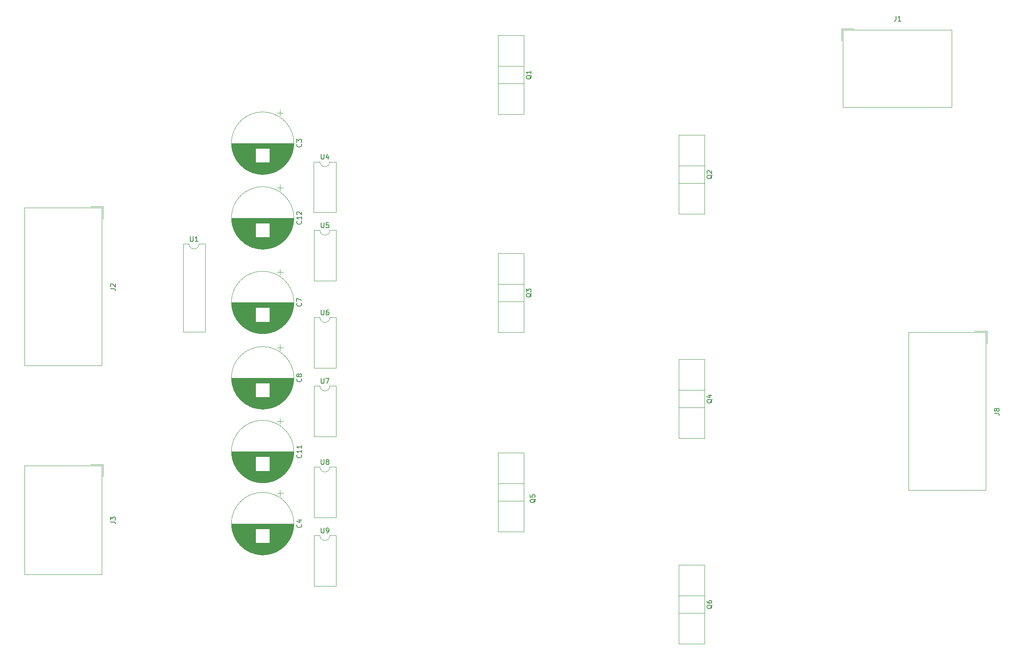
<source format=gbr>
%TF.GenerationSoftware,KiCad,Pcbnew,7.0.1*%
%TF.CreationDate,2023-04-13T18:21:32+09:00*%
%TF.ProjectId,motor_driver,6d6f746f-725f-4647-9269-7665722e6b69,rev?*%
%TF.SameCoordinates,Original*%
%TF.FileFunction,Legend,Top*%
%TF.FilePolarity,Positive*%
%FSLAX46Y46*%
G04 Gerber Fmt 4.6, Leading zero omitted, Abs format (unit mm)*
G04 Created by KiCad (PCBNEW 7.0.1) date 2023-04-13 18:21:32*
%MOMM*%
%LPD*%
G01*
G04 APERTURE LIST*
%ADD10C,0.150000*%
%ADD11C,0.120000*%
G04 APERTURE END LIST*
D10*
%TO.C,U8*%
X92128095Y-106352619D02*
X92128095Y-107162142D01*
X92128095Y-107162142D02*
X92175714Y-107257380D01*
X92175714Y-107257380D02*
X92223333Y-107305000D01*
X92223333Y-107305000D02*
X92318571Y-107352619D01*
X92318571Y-107352619D02*
X92509047Y-107352619D01*
X92509047Y-107352619D02*
X92604285Y-107305000D01*
X92604285Y-107305000D02*
X92651904Y-107257380D01*
X92651904Y-107257380D02*
X92699523Y-107162142D01*
X92699523Y-107162142D02*
X92699523Y-106352619D01*
X93318571Y-106781190D02*
X93223333Y-106733571D01*
X93223333Y-106733571D02*
X93175714Y-106685952D01*
X93175714Y-106685952D02*
X93128095Y-106590714D01*
X93128095Y-106590714D02*
X93128095Y-106543095D01*
X93128095Y-106543095D02*
X93175714Y-106447857D01*
X93175714Y-106447857D02*
X93223333Y-106400238D01*
X93223333Y-106400238D02*
X93318571Y-106352619D01*
X93318571Y-106352619D02*
X93509047Y-106352619D01*
X93509047Y-106352619D02*
X93604285Y-106400238D01*
X93604285Y-106400238D02*
X93651904Y-106447857D01*
X93651904Y-106447857D02*
X93699523Y-106543095D01*
X93699523Y-106543095D02*
X93699523Y-106590714D01*
X93699523Y-106590714D02*
X93651904Y-106685952D01*
X93651904Y-106685952D02*
X93604285Y-106733571D01*
X93604285Y-106733571D02*
X93509047Y-106781190D01*
X93509047Y-106781190D02*
X93318571Y-106781190D01*
X93318571Y-106781190D02*
X93223333Y-106828809D01*
X93223333Y-106828809D02*
X93175714Y-106876428D01*
X93175714Y-106876428D02*
X93128095Y-106971666D01*
X93128095Y-106971666D02*
X93128095Y-107162142D01*
X93128095Y-107162142D02*
X93175714Y-107257380D01*
X93175714Y-107257380D02*
X93223333Y-107305000D01*
X93223333Y-107305000D02*
X93318571Y-107352619D01*
X93318571Y-107352619D02*
X93509047Y-107352619D01*
X93509047Y-107352619D02*
X93604285Y-107305000D01*
X93604285Y-107305000D02*
X93651904Y-107257380D01*
X93651904Y-107257380D02*
X93699523Y-107162142D01*
X93699523Y-107162142D02*
X93699523Y-106971666D01*
X93699523Y-106971666D02*
X93651904Y-106876428D01*
X93651904Y-106876428D02*
X93604285Y-106828809D01*
X93604285Y-106828809D02*
X93509047Y-106781190D01*
%TO.C,U9*%
X92128095Y-120322619D02*
X92128095Y-121132142D01*
X92128095Y-121132142D02*
X92175714Y-121227380D01*
X92175714Y-121227380D02*
X92223333Y-121275000D01*
X92223333Y-121275000D02*
X92318571Y-121322619D01*
X92318571Y-121322619D02*
X92509047Y-121322619D01*
X92509047Y-121322619D02*
X92604285Y-121275000D01*
X92604285Y-121275000D02*
X92651904Y-121227380D01*
X92651904Y-121227380D02*
X92699523Y-121132142D01*
X92699523Y-121132142D02*
X92699523Y-120322619D01*
X93223333Y-121322619D02*
X93413809Y-121322619D01*
X93413809Y-121322619D02*
X93509047Y-121275000D01*
X93509047Y-121275000D02*
X93556666Y-121227380D01*
X93556666Y-121227380D02*
X93651904Y-121084523D01*
X93651904Y-121084523D02*
X93699523Y-120894047D01*
X93699523Y-120894047D02*
X93699523Y-120513095D01*
X93699523Y-120513095D02*
X93651904Y-120417857D01*
X93651904Y-120417857D02*
X93604285Y-120370238D01*
X93604285Y-120370238D02*
X93509047Y-120322619D01*
X93509047Y-120322619D02*
X93318571Y-120322619D01*
X93318571Y-120322619D02*
X93223333Y-120370238D01*
X93223333Y-120370238D02*
X93175714Y-120417857D01*
X93175714Y-120417857D02*
X93128095Y-120513095D01*
X93128095Y-120513095D02*
X93128095Y-120751190D01*
X93128095Y-120751190D02*
X93175714Y-120846428D01*
X93175714Y-120846428D02*
X93223333Y-120894047D01*
X93223333Y-120894047D02*
X93318571Y-120941666D01*
X93318571Y-120941666D02*
X93509047Y-120941666D01*
X93509047Y-120941666D02*
X93604285Y-120894047D01*
X93604285Y-120894047D02*
X93651904Y-120846428D01*
X93651904Y-120846428D02*
X93699523Y-120751190D01*
%TO.C,C8*%
X88057380Y-89877666D02*
X88105000Y-89925285D01*
X88105000Y-89925285D02*
X88152619Y-90068142D01*
X88152619Y-90068142D02*
X88152619Y-90163380D01*
X88152619Y-90163380D02*
X88105000Y-90306237D01*
X88105000Y-90306237D02*
X88009761Y-90401475D01*
X88009761Y-90401475D02*
X87914523Y-90449094D01*
X87914523Y-90449094D02*
X87724047Y-90496713D01*
X87724047Y-90496713D02*
X87581190Y-90496713D01*
X87581190Y-90496713D02*
X87390714Y-90449094D01*
X87390714Y-90449094D02*
X87295476Y-90401475D01*
X87295476Y-90401475D02*
X87200238Y-90306237D01*
X87200238Y-90306237D02*
X87152619Y-90163380D01*
X87152619Y-90163380D02*
X87152619Y-90068142D01*
X87152619Y-90068142D02*
X87200238Y-89925285D01*
X87200238Y-89925285D02*
X87247857Y-89877666D01*
X87581190Y-89306237D02*
X87533571Y-89401475D01*
X87533571Y-89401475D02*
X87485952Y-89449094D01*
X87485952Y-89449094D02*
X87390714Y-89496713D01*
X87390714Y-89496713D02*
X87343095Y-89496713D01*
X87343095Y-89496713D02*
X87247857Y-89449094D01*
X87247857Y-89449094D02*
X87200238Y-89401475D01*
X87200238Y-89401475D02*
X87152619Y-89306237D01*
X87152619Y-89306237D02*
X87152619Y-89115761D01*
X87152619Y-89115761D02*
X87200238Y-89020523D01*
X87200238Y-89020523D02*
X87247857Y-88972904D01*
X87247857Y-88972904D02*
X87343095Y-88925285D01*
X87343095Y-88925285D02*
X87390714Y-88925285D01*
X87390714Y-88925285D02*
X87485952Y-88972904D01*
X87485952Y-88972904D02*
X87533571Y-89020523D01*
X87533571Y-89020523D02*
X87581190Y-89115761D01*
X87581190Y-89115761D02*
X87581190Y-89306237D01*
X87581190Y-89306237D02*
X87628809Y-89401475D01*
X87628809Y-89401475D02*
X87676428Y-89449094D01*
X87676428Y-89449094D02*
X87771666Y-89496713D01*
X87771666Y-89496713D02*
X87962142Y-89496713D01*
X87962142Y-89496713D02*
X88057380Y-89449094D01*
X88057380Y-89449094D02*
X88105000Y-89401475D01*
X88105000Y-89401475D02*
X88152619Y-89306237D01*
X88152619Y-89306237D02*
X88152619Y-89115761D01*
X88152619Y-89115761D02*
X88105000Y-89020523D01*
X88105000Y-89020523D02*
X88057380Y-88972904D01*
X88057380Y-88972904D02*
X87962142Y-88925285D01*
X87962142Y-88925285D02*
X87771666Y-88925285D01*
X87771666Y-88925285D02*
X87676428Y-88972904D01*
X87676428Y-88972904D02*
X87628809Y-89020523D01*
X87628809Y-89020523D02*
X87581190Y-89115761D01*
%TO.C,Q2*%
X171827857Y-48355238D02*
X171780238Y-48450476D01*
X171780238Y-48450476D02*
X171685000Y-48545714D01*
X171685000Y-48545714D02*
X171542142Y-48688571D01*
X171542142Y-48688571D02*
X171494523Y-48783809D01*
X171494523Y-48783809D02*
X171494523Y-48879047D01*
X171732619Y-48831428D02*
X171685000Y-48926666D01*
X171685000Y-48926666D02*
X171589761Y-49021904D01*
X171589761Y-49021904D02*
X171399285Y-49069523D01*
X171399285Y-49069523D02*
X171065952Y-49069523D01*
X171065952Y-49069523D02*
X170875476Y-49021904D01*
X170875476Y-49021904D02*
X170780238Y-48926666D01*
X170780238Y-48926666D02*
X170732619Y-48831428D01*
X170732619Y-48831428D02*
X170732619Y-48640952D01*
X170732619Y-48640952D02*
X170780238Y-48545714D01*
X170780238Y-48545714D02*
X170875476Y-48450476D01*
X170875476Y-48450476D02*
X171065952Y-48402857D01*
X171065952Y-48402857D02*
X171399285Y-48402857D01*
X171399285Y-48402857D02*
X171589761Y-48450476D01*
X171589761Y-48450476D02*
X171685000Y-48545714D01*
X171685000Y-48545714D02*
X171732619Y-48640952D01*
X171732619Y-48640952D02*
X171732619Y-48831428D01*
X170827857Y-48021904D02*
X170780238Y-47974285D01*
X170780238Y-47974285D02*
X170732619Y-47879047D01*
X170732619Y-47879047D02*
X170732619Y-47640952D01*
X170732619Y-47640952D02*
X170780238Y-47545714D01*
X170780238Y-47545714D02*
X170827857Y-47498095D01*
X170827857Y-47498095D02*
X170923095Y-47450476D01*
X170923095Y-47450476D02*
X171018333Y-47450476D01*
X171018333Y-47450476D02*
X171161190Y-47498095D01*
X171161190Y-47498095D02*
X171732619Y-48069523D01*
X171732619Y-48069523D02*
X171732619Y-47450476D01*
%TO.C,Q6*%
X171827857Y-135985238D02*
X171780238Y-136080476D01*
X171780238Y-136080476D02*
X171685000Y-136175714D01*
X171685000Y-136175714D02*
X171542142Y-136318571D01*
X171542142Y-136318571D02*
X171494523Y-136413809D01*
X171494523Y-136413809D02*
X171494523Y-136509047D01*
X171732619Y-136461428D02*
X171685000Y-136556666D01*
X171685000Y-136556666D02*
X171589761Y-136651904D01*
X171589761Y-136651904D02*
X171399285Y-136699523D01*
X171399285Y-136699523D02*
X171065952Y-136699523D01*
X171065952Y-136699523D02*
X170875476Y-136651904D01*
X170875476Y-136651904D02*
X170780238Y-136556666D01*
X170780238Y-136556666D02*
X170732619Y-136461428D01*
X170732619Y-136461428D02*
X170732619Y-136270952D01*
X170732619Y-136270952D02*
X170780238Y-136175714D01*
X170780238Y-136175714D02*
X170875476Y-136080476D01*
X170875476Y-136080476D02*
X171065952Y-136032857D01*
X171065952Y-136032857D02*
X171399285Y-136032857D01*
X171399285Y-136032857D02*
X171589761Y-136080476D01*
X171589761Y-136080476D02*
X171685000Y-136175714D01*
X171685000Y-136175714D02*
X171732619Y-136270952D01*
X171732619Y-136270952D02*
X171732619Y-136461428D01*
X170732619Y-135175714D02*
X170732619Y-135366190D01*
X170732619Y-135366190D02*
X170780238Y-135461428D01*
X170780238Y-135461428D02*
X170827857Y-135509047D01*
X170827857Y-135509047D02*
X170970714Y-135604285D01*
X170970714Y-135604285D02*
X171161190Y-135651904D01*
X171161190Y-135651904D02*
X171542142Y-135651904D01*
X171542142Y-135651904D02*
X171637380Y-135604285D01*
X171637380Y-135604285D02*
X171685000Y-135556666D01*
X171685000Y-135556666D02*
X171732619Y-135461428D01*
X171732619Y-135461428D02*
X171732619Y-135270952D01*
X171732619Y-135270952D02*
X171685000Y-135175714D01*
X171685000Y-135175714D02*
X171637380Y-135128095D01*
X171637380Y-135128095D02*
X171542142Y-135080476D01*
X171542142Y-135080476D02*
X171304047Y-135080476D01*
X171304047Y-135080476D02*
X171208809Y-135128095D01*
X171208809Y-135128095D02*
X171161190Y-135175714D01*
X171161190Y-135175714D02*
X171113571Y-135270952D01*
X171113571Y-135270952D02*
X171113571Y-135461428D01*
X171113571Y-135461428D02*
X171161190Y-135556666D01*
X171161190Y-135556666D02*
X171208809Y-135604285D01*
X171208809Y-135604285D02*
X171304047Y-135651904D01*
%TO.C,Q5*%
X135812857Y-114395238D02*
X135765238Y-114490476D01*
X135765238Y-114490476D02*
X135670000Y-114585714D01*
X135670000Y-114585714D02*
X135527142Y-114728571D01*
X135527142Y-114728571D02*
X135479523Y-114823809D01*
X135479523Y-114823809D02*
X135479523Y-114919047D01*
X135717619Y-114871428D02*
X135670000Y-114966666D01*
X135670000Y-114966666D02*
X135574761Y-115061904D01*
X135574761Y-115061904D02*
X135384285Y-115109523D01*
X135384285Y-115109523D02*
X135050952Y-115109523D01*
X135050952Y-115109523D02*
X134860476Y-115061904D01*
X134860476Y-115061904D02*
X134765238Y-114966666D01*
X134765238Y-114966666D02*
X134717619Y-114871428D01*
X134717619Y-114871428D02*
X134717619Y-114680952D01*
X134717619Y-114680952D02*
X134765238Y-114585714D01*
X134765238Y-114585714D02*
X134860476Y-114490476D01*
X134860476Y-114490476D02*
X135050952Y-114442857D01*
X135050952Y-114442857D02*
X135384285Y-114442857D01*
X135384285Y-114442857D02*
X135574761Y-114490476D01*
X135574761Y-114490476D02*
X135670000Y-114585714D01*
X135670000Y-114585714D02*
X135717619Y-114680952D01*
X135717619Y-114680952D02*
X135717619Y-114871428D01*
X134717619Y-113538095D02*
X134717619Y-114014285D01*
X134717619Y-114014285D02*
X135193809Y-114061904D01*
X135193809Y-114061904D02*
X135146190Y-114014285D01*
X135146190Y-114014285D02*
X135098571Y-113919047D01*
X135098571Y-113919047D02*
X135098571Y-113680952D01*
X135098571Y-113680952D02*
X135146190Y-113585714D01*
X135146190Y-113585714D02*
X135193809Y-113538095D01*
X135193809Y-113538095D02*
X135289047Y-113490476D01*
X135289047Y-113490476D02*
X135527142Y-113490476D01*
X135527142Y-113490476D02*
X135622380Y-113538095D01*
X135622380Y-113538095D02*
X135670000Y-113585714D01*
X135670000Y-113585714D02*
X135717619Y-113680952D01*
X135717619Y-113680952D02*
X135717619Y-113919047D01*
X135717619Y-113919047D02*
X135670000Y-114014285D01*
X135670000Y-114014285D02*
X135622380Y-114061904D01*
%TO.C,C7*%
X88057380Y-74501666D02*
X88105000Y-74549285D01*
X88105000Y-74549285D02*
X88152619Y-74692142D01*
X88152619Y-74692142D02*
X88152619Y-74787380D01*
X88152619Y-74787380D02*
X88105000Y-74930237D01*
X88105000Y-74930237D02*
X88009761Y-75025475D01*
X88009761Y-75025475D02*
X87914523Y-75073094D01*
X87914523Y-75073094D02*
X87724047Y-75120713D01*
X87724047Y-75120713D02*
X87581190Y-75120713D01*
X87581190Y-75120713D02*
X87390714Y-75073094D01*
X87390714Y-75073094D02*
X87295476Y-75025475D01*
X87295476Y-75025475D02*
X87200238Y-74930237D01*
X87200238Y-74930237D02*
X87152619Y-74787380D01*
X87152619Y-74787380D02*
X87152619Y-74692142D01*
X87152619Y-74692142D02*
X87200238Y-74549285D01*
X87200238Y-74549285D02*
X87247857Y-74501666D01*
X87152619Y-74168332D02*
X87152619Y-73501666D01*
X87152619Y-73501666D02*
X88152619Y-73930237D01*
%TO.C,J2*%
X49172619Y-71533333D02*
X49886904Y-71533333D01*
X49886904Y-71533333D02*
X50029761Y-71580952D01*
X50029761Y-71580952D02*
X50125000Y-71676190D01*
X50125000Y-71676190D02*
X50172619Y-71819047D01*
X50172619Y-71819047D02*
X50172619Y-71914285D01*
X49267857Y-71104761D02*
X49220238Y-71057142D01*
X49220238Y-71057142D02*
X49172619Y-70961904D01*
X49172619Y-70961904D02*
X49172619Y-70723809D01*
X49172619Y-70723809D02*
X49220238Y-70628571D01*
X49220238Y-70628571D02*
X49267857Y-70580952D01*
X49267857Y-70580952D02*
X49363095Y-70533333D01*
X49363095Y-70533333D02*
X49458333Y-70533333D01*
X49458333Y-70533333D02*
X49601190Y-70580952D01*
X49601190Y-70580952D02*
X50172619Y-71152380D01*
X50172619Y-71152380D02*
X50172619Y-70533333D01*
%TO.C,C3*%
X88057380Y-42036666D02*
X88105000Y-42084285D01*
X88105000Y-42084285D02*
X88152619Y-42227142D01*
X88152619Y-42227142D02*
X88152619Y-42322380D01*
X88152619Y-42322380D02*
X88105000Y-42465237D01*
X88105000Y-42465237D02*
X88009761Y-42560475D01*
X88009761Y-42560475D02*
X87914523Y-42608094D01*
X87914523Y-42608094D02*
X87724047Y-42655713D01*
X87724047Y-42655713D02*
X87581190Y-42655713D01*
X87581190Y-42655713D02*
X87390714Y-42608094D01*
X87390714Y-42608094D02*
X87295476Y-42560475D01*
X87295476Y-42560475D02*
X87200238Y-42465237D01*
X87200238Y-42465237D02*
X87152619Y-42322380D01*
X87152619Y-42322380D02*
X87152619Y-42227142D01*
X87152619Y-42227142D02*
X87200238Y-42084285D01*
X87200238Y-42084285D02*
X87247857Y-42036666D01*
X87152619Y-41703332D02*
X87152619Y-41084285D01*
X87152619Y-41084285D02*
X87533571Y-41417618D01*
X87533571Y-41417618D02*
X87533571Y-41274761D01*
X87533571Y-41274761D02*
X87581190Y-41179523D01*
X87581190Y-41179523D02*
X87628809Y-41131904D01*
X87628809Y-41131904D02*
X87724047Y-41084285D01*
X87724047Y-41084285D02*
X87962142Y-41084285D01*
X87962142Y-41084285D02*
X88057380Y-41131904D01*
X88057380Y-41131904D02*
X88105000Y-41179523D01*
X88105000Y-41179523D02*
X88152619Y-41274761D01*
X88152619Y-41274761D02*
X88152619Y-41560475D01*
X88152619Y-41560475D02*
X88105000Y-41655713D01*
X88105000Y-41655713D02*
X88057380Y-41703332D01*
%TO.C,Q3*%
X134997857Y-72485238D02*
X134950238Y-72580476D01*
X134950238Y-72580476D02*
X134855000Y-72675714D01*
X134855000Y-72675714D02*
X134712142Y-72818571D01*
X134712142Y-72818571D02*
X134664523Y-72913809D01*
X134664523Y-72913809D02*
X134664523Y-73009047D01*
X134902619Y-72961428D02*
X134855000Y-73056666D01*
X134855000Y-73056666D02*
X134759761Y-73151904D01*
X134759761Y-73151904D02*
X134569285Y-73199523D01*
X134569285Y-73199523D02*
X134235952Y-73199523D01*
X134235952Y-73199523D02*
X134045476Y-73151904D01*
X134045476Y-73151904D02*
X133950238Y-73056666D01*
X133950238Y-73056666D02*
X133902619Y-72961428D01*
X133902619Y-72961428D02*
X133902619Y-72770952D01*
X133902619Y-72770952D02*
X133950238Y-72675714D01*
X133950238Y-72675714D02*
X134045476Y-72580476D01*
X134045476Y-72580476D02*
X134235952Y-72532857D01*
X134235952Y-72532857D02*
X134569285Y-72532857D01*
X134569285Y-72532857D02*
X134759761Y-72580476D01*
X134759761Y-72580476D02*
X134855000Y-72675714D01*
X134855000Y-72675714D02*
X134902619Y-72770952D01*
X134902619Y-72770952D02*
X134902619Y-72961428D01*
X133902619Y-72199523D02*
X133902619Y-71580476D01*
X133902619Y-71580476D02*
X134283571Y-71913809D01*
X134283571Y-71913809D02*
X134283571Y-71770952D01*
X134283571Y-71770952D02*
X134331190Y-71675714D01*
X134331190Y-71675714D02*
X134378809Y-71628095D01*
X134378809Y-71628095D02*
X134474047Y-71580476D01*
X134474047Y-71580476D02*
X134712142Y-71580476D01*
X134712142Y-71580476D02*
X134807380Y-71628095D01*
X134807380Y-71628095D02*
X134855000Y-71675714D01*
X134855000Y-71675714D02*
X134902619Y-71770952D01*
X134902619Y-71770952D02*
X134902619Y-72056666D01*
X134902619Y-72056666D02*
X134855000Y-72151904D01*
X134855000Y-72151904D02*
X134807380Y-72199523D01*
%TO.C,U6*%
X92128095Y-75872619D02*
X92128095Y-76682142D01*
X92128095Y-76682142D02*
X92175714Y-76777380D01*
X92175714Y-76777380D02*
X92223333Y-76825000D01*
X92223333Y-76825000D02*
X92318571Y-76872619D01*
X92318571Y-76872619D02*
X92509047Y-76872619D01*
X92509047Y-76872619D02*
X92604285Y-76825000D01*
X92604285Y-76825000D02*
X92651904Y-76777380D01*
X92651904Y-76777380D02*
X92699523Y-76682142D01*
X92699523Y-76682142D02*
X92699523Y-75872619D01*
X93604285Y-75872619D02*
X93413809Y-75872619D01*
X93413809Y-75872619D02*
X93318571Y-75920238D01*
X93318571Y-75920238D02*
X93270952Y-75967857D01*
X93270952Y-75967857D02*
X93175714Y-76110714D01*
X93175714Y-76110714D02*
X93128095Y-76301190D01*
X93128095Y-76301190D02*
X93128095Y-76682142D01*
X93128095Y-76682142D02*
X93175714Y-76777380D01*
X93175714Y-76777380D02*
X93223333Y-76825000D01*
X93223333Y-76825000D02*
X93318571Y-76872619D01*
X93318571Y-76872619D02*
X93509047Y-76872619D01*
X93509047Y-76872619D02*
X93604285Y-76825000D01*
X93604285Y-76825000D02*
X93651904Y-76777380D01*
X93651904Y-76777380D02*
X93699523Y-76682142D01*
X93699523Y-76682142D02*
X93699523Y-76444047D01*
X93699523Y-76444047D02*
X93651904Y-76348809D01*
X93651904Y-76348809D02*
X93604285Y-76301190D01*
X93604285Y-76301190D02*
X93509047Y-76253571D01*
X93509047Y-76253571D02*
X93318571Y-76253571D01*
X93318571Y-76253571D02*
X93223333Y-76301190D01*
X93223333Y-76301190D02*
X93175714Y-76348809D01*
X93175714Y-76348809D02*
X93128095Y-76444047D01*
%TO.C,U7*%
X92128095Y-89842619D02*
X92128095Y-90652142D01*
X92128095Y-90652142D02*
X92175714Y-90747380D01*
X92175714Y-90747380D02*
X92223333Y-90795000D01*
X92223333Y-90795000D02*
X92318571Y-90842619D01*
X92318571Y-90842619D02*
X92509047Y-90842619D01*
X92509047Y-90842619D02*
X92604285Y-90795000D01*
X92604285Y-90795000D02*
X92651904Y-90747380D01*
X92651904Y-90747380D02*
X92699523Y-90652142D01*
X92699523Y-90652142D02*
X92699523Y-89842619D01*
X93080476Y-89842619D02*
X93747142Y-89842619D01*
X93747142Y-89842619D02*
X93318571Y-90842619D01*
%TO.C,Q4*%
X171827857Y-94075238D02*
X171780238Y-94170476D01*
X171780238Y-94170476D02*
X171685000Y-94265714D01*
X171685000Y-94265714D02*
X171542142Y-94408571D01*
X171542142Y-94408571D02*
X171494523Y-94503809D01*
X171494523Y-94503809D02*
X171494523Y-94599047D01*
X171732619Y-94551428D02*
X171685000Y-94646666D01*
X171685000Y-94646666D02*
X171589761Y-94741904D01*
X171589761Y-94741904D02*
X171399285Y-94789523D01*
X171399285Y-94789523D02*
X171065952Y-94789523D01*
X171065952Y-94789523D02*
X170875476Y-94741904D01*
X170875476Y-94741904D02*
X170780238Y-94646666D01*
X170780238Y-94646666D02*
X170732619Y-94551428D01*
X170732619Y-94551428D02*
X170732619Y-94360952D01*
X170732619Y-94360952D02*
X170780238Y-94265714D01*
X170780238Y-94265714D02*
X170875476Y-94170476D01*
X170875476Y-94170476D02*
X171065952Y-94122857D01*
X171065952Y-94122857D02*
X171399285Y-94122857D01*
X171399285Y-94122857D02*
X171589761Y-94170476D01*
X171589761Y-94170476D02*
X171685000Y-94265714D01*
X171685000Y-94265714D02*
X171732619Y-94360952D01*
X171732619Y-94360952D02*
X171732619Y-94551428D01*
X171065952Y-93265714D02*
X171732619Y-93265714D01*
X170685000Y-93503809D02*
X171399285Y-93741904D01*
X171399285Y-93741904D02*
X171399285Y-93122857D01*
%TO.C,J1*%
X209296666Y-15972619D02*
X209296666Y-16686904D01*
X209296666Y-16686904D02*
X209249047Y-16829761D01*
X209249047Y-16829761D02*
X209153809Y-16925000D01*
X209153809Y-16925000D02*
X209010952Y-16972619D01*
X209010952Y-16972619D02*
X208915714Y-16972619D01*
X210296666Y-16972619D02*
X209725238Y-16972619D01*
X210010952Y-16972619D02*
X210010952Y-15972619D01*
X210010952Y-15972619D02*
X209915714Y-16115476D01*
X209915714Y-16115476D02*
X209820476Y-16210714D01*
X209820476Y-16210714D02*
X209725238Y-16258333D01*
%TO.C,U5*%
X92128095Y-58092619D02*
X92128095Y-58902142D01*
X92128095Y-58902142D02*
X92175714Y-58997380D01*
X92175714Y-58997380D02*
X92223333Y-59045000D01*
X92223333Y-59045000D02*
X92318571Y-59092619D01*
X92318571Y-59092619D02*
X92509047Y-59092619D01*
X92509047Y-59092619D02*
X92604285Y-59045000D01*
X92604285Y-59045000D02*
X92651904Y-58997380D01*
X92651904Y-58997380D02*
X92699523Y-58902142D01*
X92699523Y-58902142D02*
X92699523Y-58092619D01*
X93651904Y-58092619D02*
X93175714Y-58092619D01*
X93175714Y-58092619D02*
X93128095Y-58568809D01*
X93128095Y-58568809D02*
X93175714Y-58521190D01*
X93175714Y-58521190D02*
X93270952Y-58473571D01*
X93270952Y-58473571D02*
X93509047Y-58473571D01*
X93509047Y-58473571D02*
X93604285Y-58521190D01*
X93604285Y-58521190D02*
X93651904Y-58568809D01*
X93651904Y-58568809D02*
X93699523Y-58664047D01*
X93699523Y-58664047D02*
X93699523Y-58902142D01*
X93699523Y-58902142D02*
X93651904Y-58997380D01*
X93651904Y-58997380D02*
X93604285Y-59045000D01*
X93604285Y-59045000D02*
X93509047Y-59092619D01*
X93509047Y-59092619D02*
X93270952Y-59092619D01*
X93270952Y-59092619D02*
X93175714Y-59045000D01*
X93175714Y-59045000D02*
X93128095Y-58997380D01*
%TO.C,U4*%
X92113095Y-44132619D02*
X92113095Y-44942142D01*
X92113095Y-44942142D02*
X92160714Y-45037380D01*
X92160714Y-45037380D02*
X92208333Y-45085000D01*
X92208333Y-45085000D02*
X92303571Y-45132619D01*
X92303571Y-45132619D02*
X92494047Y-45132619D01*
X92494047Y-45132619D02*
X92589285Y-45085000D01*
X92589285Y-45085000D02*
X92636904Y-45037380D01*
X92636904Y-45037380D02*
X92684523Y-44942142D01*
X92684523Y-44942142D02*
X92684523Y-44132619D01*
X93589285Y-44465952D02*
X93589285Y-45132619D01*
X93351190Y-44085000D02*
X93113095Y-44799285D01*
X93113095Y-44799285D02*
X93732142Y-44799285D01*
%TO.C,J3*%
X49172619Y-119078333D02*
X49886904Y-119078333D01*
X49886904Y-119078333D02*
X50029761Y-119125952D01*
X50029761Y-119125952D02*
X50125000Y-119221190D01*
X50125000Y-119221190D02*
X50172619Y-119364047D01*
X50172619Y-119364047D02*
X50172619Y-119459285D01*
X49172619Y-118697380D02*
X49172619Y-118078333D01*
X49172619Y-118078333D02*
X49553571Y-118411666D01*
X49553571Y-118411666D02*
X49553571Y-118268809D01*
X49553571Y-118268809D02*
X49601190Y-118173571D01*
X49601190Y-118173571D02*
X49648809Y-118125952D01*
X49648809Y-118125952D02*
X49744047Y-118078333D01*
X49744047Y-118078333D02*
X49982142Y-118078333D01*
X49982142Y-118078333D02*
X50077380Y-118125952D01*
X50077380Y-118125952D02*
X50125000Y-118173571D01*
X50125000Y-118173571D02*
X50172619Y-118268809D01*
X50172619Y-118268809D02*
X50172619Y-118554523D01*
X50172619Y-118554523D02*
X50125000Y-118649761D01*
X50125000Y-118649761D02*
X50077380Y-118697380D01*
%TO.C,C11*%
X88057380Y-105377857D02*
X88105000Y-105425476D01*
X88105000Y-105425476D02*
X88152619Y-105568333D01*
X88152619Y-105568333D02*
X88152619Y-105663571D01*
X88152619Y-105663571D02*
X88105000Y-105806428D01*
X88105000Y-105806428D02*
X88009761Y-105901666D01*
X88009761Y-105901666D02*
X87914523Y-105949285D01*
X87914523Y-105949285D02*
X87724047Y-105996904D01*
X87724047Y-105996904D02*
X87581190Y-105996904D01*
X87581190Y-105996904D02*
X87390714Y-105949285D01*
X87390714Y-105949285D02*
X87295476Y-105901666D01*
X87295476Y-105901666D02*
X87200238Y-105806428D01*
X87200238Y-105806428D02*
X87152619Y-105663571D01*
X87152619Y-105663571D02*
X87152619Y-105568333D01*
X87152619Y-105568333D02*
X87200238Y-105425476D01*
X87200238Y-105425476D02*
X87247857Y-105377857D01*
X88152619Y-104425476D02*
X88152619Y-104996904D01*
X88152619Y-104711190D02*
X87152619Y-104711190D01*
X87152619Y-104711190D02*
X87295476Y-104806428D01*
X87295476Y-104806428D02*
X87390714Y-104901666D01*
X87390714Y-104901666D02*
X87438333Y-104996904D01*
X88152619Y-103473095D02*
X88152619Y-104044523D01*
X88152619Y-103758809D02*
X87152619Y-103758809D01*
X87152619Y-103758809D02*
X87295476Y-103854047D01*
X87295476Y-103854047D02*
X87390714Y-103949285D01*
X87390714Y-103949285D02*
X87438333Y-104044523D01*
%TO.C,C4*%
X88057380Y-119586666D02*
X88105000Y-119634285D01*
X88105000Y-119634285D02*
X88152619Y-119777142D01*
X88152619Y-119777142D02*
X88152619Y-119872380D01*
X88152619Y-119872380D02*
X88105000Y-120015237D01*
X88105000Y-120015237D02*
X88009761Y-120110475D01*
X88009761Y-120110475D02*
X87914523Y-120158094D01*
X87914523Y-120158094D02*
X87724047Y-120205713D01*
X87724047Y-120205713D02*
X87581190Y-120205713D01*
X87581190Y-120205713D02*
X87390714Y-120158094D01*
X87390714Y-120158094D02*
X87295476Y-120110475D01*
X87295476Y-120110475D02*
X87200238Y-120015237D01*
X87200238Y-120015237D02*
X87152619Y-119872380D01*
X87152619Y-119872380D02*
X87152619Y-119777142D01*
X87152619Y-119777142D02*
X87200238Y-119634285D01*
X87200238Y-119634285D02*
X87247857Y-119586666D01*
X87485952Y-118729523D02*
X88152619Y-118729523D01*
X87105000Y-118967618D02*
X87819285Y-119205713D01*
X87819285Y-119205713D02*
X87819285Y-118586666D01*
%TO.C,C12*%
X88057380Y-57752857D02*
X88105000Y-57800476D01*
X88105000Y-57800476D02*
X88152619Y-57943333D01*
X88152619Y-57943333D02*
X88152619Y-58038571D01*
X88152619Y-58038571D02*
X88105000Y-58181428D01*
X88105000Y-58181428D02*
X88009761Y-58276666D01*
X88009761Y-58276666D02*
X87914523Y-58324285D01*
X87914523Y-58324285D02*
X87724047Y-58371904D01*
X87724047Y-58371904D02*
X87581190Y-58371904D01*
X87581190Y-58371904D02*
X87390714Y-58324285D01*
X87390714Y-58324285D02*
X87295476Y-58276666D01*
X87295476Y-58276666D02*
X87200238Y-58181428D01*
X87200238Y-58181428D02*
X87152619Y-58038571D01*
X87152619Y-58038571D02*
X87152619Y-57943333D01*
X87152619Y-57943333D02*
X87200238Y-57800476D01*
X87200238Y-57800476D02*
X87247857Y-57752857D01*
X88152619Y-56800476D02*
X88152619Y-57371904D01*
X88152619Y-57086190D02*
X87152619Y-57086190D01*
X87152619Y-57086190D02*
X87295476Y-57181428D01*
X87295476Y-57181428D02*
X87390714Y-57276666D01*
X87390714Y-57276666D02*
X87438333Y-57371904D01*
X87247857Y-56419523D02*
X87200238Y-56371904D01*
X87200238Y-56371904D02*
X87152619Y-56276666D01*
X87152619Y-56276666D02*
X87152619Y-56038571D01*
X87152619Y-56038571D02*
X87200238Y-55943333D01*
X87200238Y-55943333D02*
X87247857Y-55895714D01*
X87247857Y-55895714D02*
X87343095Y-55848095D01*
X87343095Y-55848095D02*
X87438333Y-55848095D01*
X87438333Y-55848095D02*
X87581190Y-55895714D01*
X87581190Y-55895714D02*
X88152619Y-56467142D01*
X88152619Y-56467142D02*
X88152619Y-55848095D01*
%TO.C,J8*%
X229332619Y-96933333D02*
X230046904Y-96933333D01*
X230046904Y-96933333D02*
X230189761Y-96980952D01*
X230189761Y-96980952D02*
X230285000Y-97076190D01*
X230285000Y-97076190D02*
X230332619Y-97219047D01*
X230332619Y-97219047D02*
X230332619Y-97314285D01*
X229761190Y-96314285D02*
X229713571Y-96409523D01*
X229713571Y-96409523D02*
X229665952Y-96457142D01*
X229665952Y-96457142D02*
X229570714Y-96504761D01*
X229570714Y-96504761D02*
X229523095Y-96504761D01*
X229523095Y-96504761D02*
X229427857Y-96457142D01*
X229427857Y-96457142D02*
X229380238Y-96409523D01*
X229380238Y-96409523D02*
X229332619Y-96314285D01*
X229332619Y-96314285D02*
X229332619Y-96123809D01*
X229332619Y-96123809D02*
X229380238Y-96028571D01*
X229380238Y-96028571D02*
X229427857Y-95980952D01*
X229427857Y-95980952D02*
X229523095Y-95933333D01*
X229523095Y-95933333D02*
X229570714Y-95933333D01*
X229570714Y-95933333D02*
X229665952Y-95980952D01*
X229665952Y-95980952D02*
X229713571Y-96028571D01*
X229713571Y-96028571D02*
X229761190Y-96123809D01*
X229761190Y-96123809D02*
X229761190Y-96314285D01*
X229761190Y-96314285D02*
X229808809Y-96409523D01*
X229808809Y-96409523D02*
X229856428Y-96457142D01*
X229856428Y-96457142D02*
X229951666Y-96504761D01*
X229951666Y-96504761D02*
X230142142Y-96504761D01*
X230142142Y-96504761D02*
X230237380Y-96457142D01*
X230237380Y-96457142D02*
X230285000Y-96409523D01*
X230285000Y-96409523D02*
X230332619Y-96314285D01*
X230332619Y-96314285D02*
X230332619Y-96123809D01*
X230332619Y-96123809D02*
X230285000Y-96028571D01*
X230285000Y-96028571D02*
X230237380Y-95980952D01*
X230237380Y-95980952D02*
X230142142Y-95933333D01*
X230142142Y-95933333D02*
X229951666Y-95933333D01*
X229951666Y-95933333D02*
X229856428Y-95980952D01*
X229856428Y-95980952D02*
X229808809Y-96028571D01*
X229808809Y-96028571D02*
X229761190Y-96123809D01*
%TO.C,Q1*%
X134997857Y-28035238D02*
X134950238Y-28130476D01*
X134950238Y-28130476D02*
X134855000Y-28225714D01*
X134855000Y-28225714D02*
X134712142Y-28368571D01*
X134712142Y-28368571D02*
X134664523Y-28463809D01*
X134664523Y-28463809D02*
X134664523Y-28559047D01*
X134902619Y-28511428D02*
X134855000Y-28606666D01*
X134855000Y-28606666D02*
X134759761Y-28701904D01*
X134759761Y-28701904D02*
X134569285Y-28749523D01*
X134569285Y-28749523D02*
X134235952Y-28749523D01*
X134235952Y-28749523D02*
X134045476Y-28701904D01*
X134045476Y-28701904D02*
X133950238Y-28606666D01*
X133950238Y-28606666D02*
X133902619Y-28511428D01*
X133902619Y-28511428D02*
X133902619Y-28320952D01*
X133902619Y-28320952D02*
X133950238Y-28225714D01*
X133950238Y-28225714D02*
X134045476Y-28130476D01*
X134045476Y-28130476D02*
X134235952Y-28082857D01*
X134235952Y-28082857D02*
X134569285Y-28082857D01*
X134569285Y-28082857D02*
X134759761Y-28130476D01*
X134759761Y-28130476D02*
X134855000Y-28225714D01*
X134855000Y-28225714D02*
X134902619Y-28320952D01*
X134902619Y-28320952D02*
X134902619Y-28511428D01*
X134902619Y-27130476D02*
X134902619Y-27701904D01*
X134902619Y-27416190D02*
X133902619Y-27416190D01*
X133902619Y-27416190D02*
X134045476Y-27511428D01*
X134045476Y-27511428D02*
X134140714Y-27606666D01*
X134140714Y-27606666D02*
X134188333Y-27701904D01*
%TO.C,U1*%
X65458095Y-60886619D02*
X65458095Y-61696142D01*
X65458095Y-61696142D02*
X65505714Y-61791380D01*
X65505714Y-61791380D02*
X65553333Y-61839000D01*
X65553333Y-61839000D02*
X65648571Y-61886619D01*
X65648571Y-61886619D02*
X65839047Y-61886619D01*
X65839047Y-61886619D02*
X65934285Y-61839000D01*
X65934285Y-61839000D02*
X65981904Y-61791380D01*
X65981904Y-61791380D02*
X66029523Y-61696142D01*
X66029523Y-61696142D02*
X66029523Y-60886619D01*
X67029523Y-61886619D02*
X66458095Y-61886619D01*
X66743809Y-61886619D02*
X66743809Y-60886619D01*
X66743809Y-60886619D02*
X66648571Y-61029476D01*
X66648571Y-61029476D02*
X66553333Y-61124714D01*
X66553333Y-61124714D02*
X66458095Y-61172333D01*
D11*
%TO.C,U8*%
X90640000Y-107890000D02*
X90640000Y-118170000D01*
X90640000Y-118170000D02*
X95140000Y-118170000D01*
X91890000Y-107890000D02*
X90640000Y-107890000D01*
X95140000Y-107890000D02*
X93890000Y-107890000D01*
X95140000Y-118170000D02*
X95140000Y-107890000D01*
X91890000Y-107890000D02*
G75*
G03*
X93890000Y-107890000I1000000J0D01*
G01*
%TO.C,U9*%
X90640000Y-121860000D02*
X90640000Y-132140000D01*
X90640000Y-132140000D02*
X95140000Y-132140000D01*
X91890000Y-121860000D02*
X90640000Y-121860000D01*
X95140000Y-121860000D02*
X93890000Y-121860000D01*
X95140000Y-132140000D02*
X95140000Y-121860000D01*
X91890000Y-121860000D02*
G75*
G03*
X93890000Y-121860000I1000000J0D01*
G01*
%TO.C,C8*%
X83765000Y-82893918D02*
X83765000Y-84143918D01*
X84390000Y-83518918D02*
X83140000Y-83518918D01*
X86520000Y-89711000D02*
X73860000Y-89711000D01*
X86520000Y-89751000D02*
X73860000Y-89751000D01*
X86520000Y-89791000D02*
X73860000Y-89791000D01*
X86519000Y-89831000D02*
X73861000Y-89831000D01*
X86518000Y-89871000D02*
X73862000Y-89871000D01*
X86517000Y-89911000D02*
X73863000Y-89911000D01*
X86516000Y-89951000D02*
X73864000Y-89951000D01*
X86514000Y-89991000D02*
X73866000Y-89991000D01*
X86512000Y-90031000D02*
X73868000Y-90031000D01*
X86510000Y-90071000D02*
X73870000Y-90071000D01*
X86508000Y-90111000D02*
X73872000Y-90111000D01*
X86505000Y-90151000D02*
X73875000Y-90151000D01*
X86502000Y-90191000D02*
X73878000Y-90191000D01*
X86499000Y-90231000D02*
X73881000Y-90231000D01*
X86496000Y-90271000D02*
X73884000Y-90271000D01*
X86492000Y-90311000D02*
X73888000Y-90311000D01*
X86488000Y-90351000D02*
X73892000Y-90351000D01*
X86484000Y-90391000D02*
X73896000Y-90391000D01*
X86480000Y-90432000D02*
X73900000Y-90432000D01*
X86475000Y-90472000D02*
X73905000Y-90472000D01*
X86470000Y-90512000D02*
X73910000Y-90512000D01*
X86465000Y-90552000D02*
X73915000Y-90552000D01*
X86459000Y-90592000D02*
X73921000Y-90592000D01*
X86454000Y-90632000D02*
X73926000Y-90632000D01*
X86448000Y-90672000D02*
X73932000Y-90672000D01*
X86442000Y-90712000D02*
X73938000Y-90712000D01*
X86435000Y-90752000D02*
X73945000Y-90752000D01*
X86428000Y-90792000D02*
X81630000Y-90792000D01*
X78750000Y-90792000D02*
X73952000Y-90792000D01*
X86421000Y-90832000D02*
X81630000Y-90832000D01*
X78750000Y-90832000D02*
X73959000Y-90832000D01*
X86414000Y-90872000D02*
X81630000Y-90872000D01*
X78750000Y-90872000D02*
X73966000Y-90872000D01*
X86406000Y-90912000D02*
X81630000Y-90912000D01*
X78750000Y-90912000D02*
X73974000Y-90912000D01*
X86399000Y-90952000D02*
X81630000Y-90952000D01*
X78750000Y-90952000D02*
X73981000Y-90952000D01*
X86391000Y-90992000D02*
X81630000Y-90992000D01*
X78750000Y-90992000D02*
X73989000Y-90992000D01*
X86382000Y-91032000D02*
X81630000Y-91032000D01*
X78750000Y-91032000D02*
X73998000Y-91032000D01*
X86374000Y-91072000D02*
X81630000Y-91072000D01*
X78750000Y-91072000D02*
X74006000Y-91072000D01*
X86365000Y-91112000D02*
X81630000Y-91112000D01*
X78750000Y-91112000D02*
X74015000Y-91112000D01*
X86356000Y-91152000D02*
X81630000Y-91152000D01*
X78750000Y-91152000D02*
X74024000Y-91152000D01*
X86346000Y-91192000D02*
X81630000Y-91192000D01*
X78750000Y-91192000D02*
X74034000Y-91192000D01*
X86336000Y-91232000D02*
X81630000Y-91232000D01*
X78750000Y-91232000D02*
X74044000Y-91232000D01*
X86327000Y-91272000D02*
X81630000Y-91272000D01*
X78750000Y-91272000D02*
X74053000Y-91272000D01*
X86316000Y-91312000D02*
X81630000Y-91312000D01*
X78750000Y-91312000D02*
X74064000Y-91312000D01*
X86306000Y-91352000D02*
X81630000Y-91352000D01*
X78750000Y-91352000D02*
X74074000Y-91352000D01*
X86295000Y-91392000D02*
X81630000Y-91392000D01*
X78750000Y-91392000D02*
X74085000Y-91392000D01*
X86284000Y-91432000D02*
X81630000Y-91432000D01*
X78750000Y-91432000D02*
X74096000Y-91432000D01*
X86273000Y-91472000D02*
X81630000Y-91472000D01*
X78750000Y-91472000D02*
X74107000Y-91472000D01*
X86261000Y-91512000D02*
X81630000Y-91512000D01*
X78750000Y-91512000D02*
X74119000Y-91512000D01*
X86249000Y-91552000D02*
X81630000Y-91552000D01*
X78750000Y-91552000D02*
X74131000Y-91552000D01*
X86237000Y-91592000D02*
X81630000Y-91592000D01*
X78750000Y-91592000D02*
X74143000Y-91592000D01*
X86224000Y-91632000D02*
X81630000Y-91632000D01*
X78750000Y-91632000D02*
X74156000Y-91632000D01*
X86211000Y-91672000D02*
X81630000Y-91672000D01*
X78750000Y-91672000D02*
X74169000Y-91672000D01*
X86198000Y-91712000D02*
X81630000Y-91712000D01*
X78750000Y-91712000D02*
X74182000Y-91712000D01*
X86185000Y-91752000D02*
X81630000Y-91752000D01*
X78750000Y-91752000D02*
X74195000Y-91752000D01*
X86171000Y-91792000D02*
X81630000Y-91792000D01*
X78750000Y-91792000D02*
X74209000Y-91792000D01*
X86157000Y-91832000D02*
X81630000Y-91832000D01*
X78750000Y-91832000D02*
X74223000Y-91832000D01*
X86143000Y-91872000D02*
X81630000Y-91872000D01*
X78750000Y-91872000D02*
X74237000Y-91872000D01*
X86129000Y-91912000D02*
X81630000Y-91912000D01*
X78750000Y-91912000D02*
X74251000Y-91912000D01*
X86114000Y-91952000D02*
X81630000Y-91952000D01*
X78750000Y-91952000D02*
X74266000Y-91952000D01*
X86098000Y-91992000D02*
X81630000Y-91992000D01*
X78750000Y-91992000D02*
X74282000Y-91992000D01*
X86083000Y-92032000D02*
X81630000Y-92032000D01*
X78750000Y-92032000D02*
X74297000Y-92032000D01*
X86067000Y-92072000D02*
X81630000Y-92072000D01*
X78750000Y-92072000D02*
X74313000Y-92072000D01*
X86051000Y-92112000D02*
X81630000Y-92112000D01*
X78750000Y-92112000D02*
X74329000Y-92112000D01*
X86035000Y-92152000D02*
X81630000Y-92152000D01*
X78750000Y-92152000D02*
X74345000Y-92152000D01*
X86018000Y-92192000D02*
X81630000Y-92192000D01*
X78750000Y-92192000D02*
X74362000Y-92192000D01*
X86001000Y-92232000D02*
X81630000Y-92232000D01*
X78750000Y-92232000D02*
X74379000Y-92232000D01*
X85983000Y-92272000D02*
X81630000Y-92272000D01*
X78750000Y-92272000D02*
X74397000Y-92272000D01*
X85966000Y-92312000D02*
X81630000Y-92312000D01*
X78750000Y-92312000D02*
X74414000Y-92312000D01*
X85948000Y-92352000D02*
X81630000Y-92352000D01*
X78750000Y-92352000D02*
X74432000Y-92352000D01*
X85929000Y-92392000D02*
X81630000Y-92392000D01*
X78750000Y-92392000D02*
X74451000Y-92392000D01*
X85911000Y-92432000D02*
X81630000Y-92432000D01*
X78750000Y-92432000D02*
X74469000Y-92432000D01*
X85892000Y-92472000D02*
X81630000Y-92472000D01*
X78750000Y-92472000D02*
X74488000Y-92472000D01*
X85872000Y-92512000D02*
X81630000Y-92512000D01*
X78750000Y-92512000D02*
X74508000Y-92512000D01*
X85852000Y-92552000D02*
X81630000Y-92552000D01*
X78750000Y-92552000D02*
X74528000Y-92552000D01*
X85832000Y-92592000D02*
X81630000Y-92592000D01*
X78750000Y-92592000D02*
X74548000Y-92592000D01*
X85812000Y-92632000D02*
X81630000Y-92632000D01*
X78750000Y-92632000D02*
X74568000Y-92632000D01*
X85791000Y-92672000D02*
X81630000Y-92672000D01*
X78750000Y-92672000D02*
X74589000Y-92672000D01*
X85770000Y-92712000D02*
X81630000Y-92712000D01*
X78750000Y-92712000D02*
X74610000Y-92712000D01*
X85748000Y-92752000D02*
X81630000Y-92752000D01*
X78750000Y-92752000D02*
X74632000Y-92752000D01*
X85726000Y-92792000D02*
X81630000Y-92792000D01*
X78750000Y-92792000D02*
X74654000Y-92792000D01*
X85704000Y-92832000D02*
X81630000Y-92832000D01*
X78750000Y-92832000D02*
X74676000Y-92832000D01*
X85681000Y-92872000D02*
X81630000Y-92872000D01*
X78750000Y-92872000D02*
X74699000Y-92872000D01*
X85658000Y-92912000D02*
X81630000Y-92912000D01*
X78750000Y-92912000D02*
X74722000Y-92912000D01*
X85635000Y-92952000D02*
X81630000Y-92952000D01*
X78750000Y-92952000D02*
X74745000Y-92952000D01*
X85611000Y-92992000D02*
X81630000Y-92992000D01*
X78750000Y-92992000D02*
X74769000Y-92992000D01*
X85587000Y-93032000D02*
X81630000Y-93032000D01*
X78750000Y-93032000D02*
X74793000Y-93032000D01*
X85562000Y-93072000D02*
X81630000Y-93072000D01*
X78750000Y-93072000D02*
X74818000Y-93072000D01*
X85537000Y-93112000D02*
X81630000Y-93112000D01*
X78750000Y-93112000D02*
X74843000Y-93112000D01*
X85512000Y-93152000D02*
X81630000Y-93152000D01*
X78750000Y-93152000D02*
X74868000Y-93152000D01*
X85486000Y-93192000D02*
X81630000Y-93192000D01*
X78750000Y-93192000D02*
X74894000Y-93192000D01*
X85460000Y-93232000D02*
X81630000Y-93232000D01*
X78750000Y-93232000D02*
X74920000Y-93232000D01*
X85433000Y-93272000D02*
X81630000Y-93272000D01*
X78750000Y-93272000D02*
X74947000Y-93272000D01*
X85406000Y-93312000D02*
X81630000Y-93312000D01*
X78750000Y-93312000D02*
X74974000Y-93312000D01*
X85378000Y-93352000D02*
X81630000Y-93352000D01*
X78750000Y-93352000D02*
X75002000Y-93352000D01*
X85350000Y-93392000D02*
X81630000Y-93392000D01*
X78750000Y-93392000D02*
X75030000Y-93392000D01*
X85321000Y-93432000D02*
X81630000Y-93432000D01*
X78750000Y-93432000D02*
X75059000Y-93432000D01*
X85292000Y-93472000D02*
X81630000Y-93472000D01*
X78750000Y-93472000D02*
X75088000Y-93472000D01*
X85263000Y-93512000D02*
X81630000Y-93512000D01*
X78750000Y-93512000D02*
X75117000Y-93512000D01*
X85233000Y-93552000D02*
X81630000Y-93552000D01*
X78750000Y-93552000D02*
X75147000Y-93552000D01*
X85202000Y-93592000D02*
X81630000Y-93592000D01*
X78750000Y-93592000D02*
X75178000Y-93592000D01*
X85172000Y-93632000D02*
X81630000Y-93632000D01*
X78750000Y-93632000D02*
X75208000Y-93632000D01*
X85140000Y-93672000D02*
X75240000Y-93672000D01*
X85108000Y-93712000D02*
X75272000Y-93712000D01*
X85075000Y-93752000D02*
X75305000Y-93752000D01*
X85042000Y-93792000D02*
X75338000Y-93792000D01*
X85009000Y-93832000D02*
X75371000Y-93832000D01*
X84975000Y-93872000D02*
X75405000Y-93872000D01*
X84940000Y-93912000D02*
X75440000Y-93912000D01*
X84904000Y-93952000D02*
X75476000Y-93952000D01*
X84868000Y-93992000D02*
X75512000Y-93992000D01*
X84832000Y-94032000D02*
X75548000Y-94032000D01*
X84795000Y-94072000D02*
X75585000Y-94072000D01*
X84757000Y-94112000D02*
X75623000Y-94112000D01*
X84718000Y-94152000D02*
X75662000Y-94152000D01*
X84679000Y-94192000D02*
X75701000Y-94192000D01*
X84639000Y-94232000D02*
X75741000Y-94232000D01*
X84598000Y-94272000D02*
X75782000Y-94272000D01*
X84557000Y-94312000D02*
X75823000Y-94312000D01*
X84515000Y-94352000D02*
X75865000Y-94352000D01*
X84472000Y-94392000D02*
X75908000Y-94392000D01*
X84428000Y-94432000D02*
X75952000Y-94432000D01*
X84384000Y-94472000D02*
X75996000Y-94472000D01*
X84338000Y-94512000D02*
X76042000Y-94512000D01*
X84292000Y-94552000D02*
X76088000Y-94552000D01*
X84245000Y-94592000D02*
X76135000Y-94592000D01*
X84197000Y-94632000D02*
X76183000Y-94632000D01*
X84147000Y-94672000D02*
X76233000Y-94672000D01*
X84097000Y-94712000D02*
X76283000Y-94712000D01*
X84046000Y-94752000D02*
X76334000Y-94752000D01*
X83994000Y-94792000D02*
X76386000Y-94792000D01*
X83940000Y-94832000D02*
X76440000Y-94832000D01*
X83886000Y-94872000D02*
X76494000Y-94872000D01*
X83830000Y-94912000D02*
X76550000Y-94912000D01*
X83773000Y-94952000D02*
X76607000Y-94952000D01*
X83714000Y-94992000D02*
X76666000Y-94992000D01*
X83654000Y-95032000D02*
X76726000Y-95032000D01*
X83592000Y-95072000D02*
X76788000Y-95072000D01*
X83529000Y-95112000D02*
X76851000Y-95112000D01*
X83465000Y-95152000D02*
X76915000Y-95152000D01*
X83398000Y-95192000D02*
X76982000Y-95192000D01*
X83330000Y-95232000D02*
X77050000Y-95232000D01*
X83259000Y-95272000D02*
X77121000Y-95272000D01*
X83186000Y-95312000D02*
X77194000Y-95312000D01*
X83111000Y-95352000D02*
X77269000Y-95352000D01*
X83034000Y-95392000D02*
X77346000Y-95392000D01*
X82954000Y-95432000D02*
X77426000Y-95432000D01*
X82871000Y-95472000D02*
X77509000Y-95472000D01*
X82784000Y-95512000D02*
X77596000Y-95512000D01*
X82694000Y-95552000D02*
X77686000Y-95552000D01*
X82600000Y-95592000D02*
X77780000Y-95592000D01*
X82502000Y-95632000D02*
X77878000Y-95632000D01*
X82399000Y-95672000D02*
X77981000Y-95672000D01*
X82290000Y-95712000D02*
X78090000Y-95712000D01*
X82174000Y-95752000D02*
X78206000Y-95752000D01*
X82051000Y-95792000D02*
X78329000Y-95792000D01*
X81918000Y-95832000D02*
X78462000Y-95832000D01*
X81773000Y-95872000D02*
X78607000Y-95872000D01*
X81612000Y-95912000D02*
X78768000Y-95912000D01*
X81431000Y-95952000D02*
X78949000Y-95952000D01*
X81218000Y-95992000D02*
X79162000Y-95992000D01*
X80947000Y-96032000D02*
X79433000Y-96032000D01*
X80507000Y-96072000D02*
X79873000Y-96072000D01*
X86560000Y-89711000D02*
G75*
G03*
X86560000Y-89711000I-6370000J0D01*
G01*
%TO.C,Q2*%
X170271000Y-40190000D02*
X165000000Y-40190000D01*
X170271000Y-40190000D02*
X170271000Y-56330000D01*
X165000000Y-40190000D02*
X165000000Y-56330000D01*
X170271000Y-46456000D02*
X165000000Y-46456000D01*
X170271000Y-50065000D02*
X165000000Y-50065000D01*
X170271000Y-56330000D02*
X165000000Y-56330000D01*
%TO.C,Q6*%
X170271000Y-127820000D02*
X165000000Y-127820000D01*
X170271000Y-127820000D02*
X170271000Y-143960000D01*
X165000000Y-127820000D02*
X165000000Y-143960000D01*
X170271000Y-134086000D02*
X165000000Y-134086000D01*
X170271000Y-137695000D02*
X165000000Y-137695000D01*
X170271000Y-143960000D02*
X165000000Y-143960000D01*
%TO.C,Q5*%
X133441000Y-104960000D02*
X128170000Y-104960000D01*
X133441000Y-104960000D02*
X133441000Y-121100000D01*
X128170000Y-104960000D02*
X128170000Y-121100000D01*
X133441000Y-111226000D02*
X128170000Y-111226000D01*
X133441000Y-114835000D02*
X128170000Y-114835000D01*
X133441000Y-121100000D02*
X128170000Y-121100000D01*
%TO.C,C7*%
X83765000Y-67517918D02*
X83765000Y-68767918D01*
X84390000Y-68142918D02*
X83140000Y-68142918D01*
X86520000Y-74335000D02*
X73860000Y-74335000D01*
X86520000Y-74375000D02*
X73860000Y-74375000D01*
X86520000Y-74415000D02*
X73860000Y-74415000D01*
X86519000Y-74455000D02*
X73861000Y-74455000D01*
X86518000Y-74495000D02*
X73862000Y-74495000D01*
X86517000Y-74535000D02*
X73863000Y-74535000D01*
X86516000Y-74575000D02*
X73864000Y-74575000D01*
X86514000Y-74615000D02*
X73866000Y-74615000D01*
X86512000Y-74655000D02*
X73868000Y-74655000D01*
X86510000Y-74695000D02*
X73870000Y-74695000D01*
X86508000Y-74735000D02*
X73872000Y-74735000D01*
X86505000Y-74775000D02*
X73875000Y-74775000D01*
X86502000Y-74815000D02*
X73878000Y-74815000D01*
X86499000Y-74855000D02*
X73881000Y-74855000D01*
X86496000Y-74895000D02*
X73884000Y-74895000D01*
X86492000Y-74935000D02*
X73888000Y-74935000D01*
X86488000Y-74975000D02*
X73892000Y-74975000D01*
X86484000Y-75015000D02*
X73896000Y-75015000D01*
X86480000Y-75056000D02*
X73900000Y-75056000D01*
X86475000Y-75096000D02*
X73905000Y-75096000D01*
X86470000Y-75136000D02*
X73910000Y-75136000D01*
X86465000Y-75176000D02*
X73915000Y-75176000D01*
X86459000Y-75216000D02*
X73921000Y-75216000D01*
X86454000Y-75256000D02*
X73926000Y-75256000D01*
X86448000Y-75296000D02*
X73932000Y-75296000D01*
X86442000Y-75336000D02*
X73938000Y-75336000D01*
X86435000Y-75376000D02*
X73945000Y-75376000D01*
X86428000Y-75416000D02*
X81630000Y-75416000D01*
X78750000Y-75416000D02*
X73952000Y-75416000D01*
X86421000Y-75456000D02*
X81630000Y-75456000D01*
X78750000Y-75456000D02*
X73959000Y-75456000D01*
X86414000Y-75496000D02*
X81630000Y-75496000D01*
X78750000Y-75496000D02*
X73966000Y-75496000D01*
X86406000Y-75536000D02*
X81630000Y-75536000D01*
X78750000Y-75536000D02*
X73974000Y-75536000D01*
X86399000Y-75576000D02*
X81630000Y-75576000D01*
X78750000Y-75576000D02*
X73981000Y-75576000D01*
X86391000Y-75616000D02*
X81630000Y-75616000D01*
X78750000Y-75616000D02*
X73989000Y-75616000D01*
X86382000Y-75656000D02*
X81630000Y-75656000D01*
X78750000Y-75656000D02*
X73998000Y-75656000D01*
X86374000Y-75696000D02*
X81630000Y-75696000D01*
X78750000Y-75696000D02*
X74006000Y-75696000D01*
X86365000Y-75736000D02*
X81630000Y-75736000D01*
X78750000Y-75736000D02*
X74015000Y-75736000D01*
X86356000Y-75776000D02*
X81630000Y-75776000D01*
X78750000Y-75776000D02*
X74024000Y-75776000D01*
X86346000Y-75816000D02*
X81630000Y-75816000D01*
X78750000Y-75816000D02*
X74034000Y-75816000D01*
X86336000Y-75856000D02*
X81630000Y-75856000D01*
X78750000Y-75856000D02*
X74044000Y-75856000D01*
X86327000Y-75896000D02*
X81630000Y-75896000D01*
X78750000Y-75896000D02*
X74053000Y-75896000D01*
X86316000Y-75936000D02*
X81630000Y-75936000D01*
X78750000Y-75936000D02*
X74064000Y-75936000D01*
X86306000Y-75976000D02*
X81630000Y-75976000D01*
X78750000Y-75976000D02*
X74074000Y-75976000D01*
X86295000Y-76016000D02*
X81630000Y-76016000D01*
X78750000Y-76016000D02*
X74085000Y-76016000D01*
X86284000Y-76056000D02*
X81630000Y-76056000D01*
X78750000Y-76056000D02*
X74096000Y-76056000D01*
X86273000Y-76096000D02*
X81630000Y-76096000D01*
X78750000Y-76096000D02*
X74107000Y-76096000D01*
X86261000Y-76136000D02*
X81630000Y-76136000D01*
X78750000Y-76136000D02*
X74119000Y-76136000D01*
X86249000Y-76176000D02*
X81630000Y-76176000D01*
X78750000Y-76176000D02*
X74131000Y-76176000D01*
X86237000Y-76216000D02*
X81630000Y-76216000D01*
X78750000Y-76216000D02*
X74143000Y-76216000D01*
X86224000Y-76256000D02*
X81630000Y-76256000D01*
X78750000Y-76256000D02*
X74156000Y-76256000D01*
X86211000Y-76296000D02*
X81630000Y-76296000D01*
X78750000Y-76296000D02*
X74169000Y-76296000D01*
X86198000Y-76336000D02*
X81630000Y-76336000D01*
X78750000Y-76336000D02*
X74182000Y-76336000D01*
X86185000Y-76376000D02*
X81630000Y-76376000D01*
X78750000Y-76376000D02*
X74195000Y-76376000D01*
X86171000Y-76416000D02*
X81630000Y-76416000D01*
X78750000Y-76416000D02*
X74209000Y-76416000D01*
X86157000Y-76456000D02*
X81630000Y-76456000D01*
X78750000Y-76456000D02*
X74223000Y-76456000D01*
X86143000Y-76496000D02*
X81630000Y-76496000D01*
X78750000Y-76496000D02*
X74237000Y-76496000D01*
X86129000Y-76536000D02*
X81630000Y-76536000D01*
X78750000Y-76536000D02*
X74251000Y-76536000D01*
X86114000Y-76576000D02*
X81630000Y-76576000D01*
X78750000Y-76576000D02*
X74266000Y-76576000D01*
X86098000Y-76616000D02*
X81630000Y-76616000D01*
X78750000Y-76616000D02*
X74282000Y-76616000D01*
X86083000Y-76656000D02*
X81630000Y-76656000D01*
X78750000Y-76656000D02*
X74297000Y-76656000D01*
X86067000Y-76696000D02*
X81630000Y-76696000D01*
X78750000Y-76696000D02*
X74313000Y-76696000D01*
X86051000Y-76736000D02*
X81630000Y-76736000D01*
X78750000Y-76736000D02*
X74329000Y-76736000D01*
X86035000Y-76776000D02*
X81630000Y-76776000D01*
X78750000Y-76776000D02*
X74345000Y-76776000D01*
X86018000Y-76816000D02*
X81630000Y-76816000D01*
X78750000Y-76816000D02*
X74362000Y-76816000D01*
X86001000Y-76856000D02*
X81630000Y-76856000D01*
X78750000Y-76856000D02*
X74379000Y-76856000D01*
X85983000Y-76896000D02*
X81630000Y-76896000D01*
X78750000Y-76896000D02*
X74397000Y-76896000D01*
X85966000Y-76936000D02*
X81630000Y-76936000D01*
X78750000Y-76936000D02*
X74414000Y-76936000D01*
X85948000Y-76976000D02*
X81630000Y-76976000D01*
X78750000Y-76976000D02*
X74432000Y-76976000D01*
X85929000Y-77016000D02*
X81630000Y-77016000D01*
X78750000Y-77016000D02*
X74451000Y-77016000D01*
X85911000Y-77056000D02*
X81630000Y-77056000D01*
X78750000Y-77056000D02*
X74469000Y-77056000D01*
X85892000Y-77096000D02*
X81630000Y-77096000D01*
X78750000Y-77096000D02*
X74488000Y-77096000D01*
X85872000Y-77136000D02*
X81630000Y-77136000D01*
X78750000Y-77136000D02*
X74508000Y-77136000D01*
X85852000Y-77176000D02*
X81630000Y-77176000D01*
X78750000Y-77176000D02*
X74528000Y-77176000D01*
X85832000Y-77216000D02*
X81630000Y-77216000D01*
X78750000Y-77216000D02*
X74548000Y-77216000D01*
X85812000Y-77256000D02*
X81630000Y-77256000D01*
X78750000Y-77256000D02*
X74568000Y-77256000D01*
X85791000Y-77296000D02*
X81630000Y-77296000D01*
X78750000Y-77296000D02*
X74589000Y-77296000D01*
X85770000Y-77336000D02*
X81630000Y-77336000D01*
X78750000Y-77336000D02*
X74610000Y-77336000D01*
X85748000Y-77376000D02*
X81630000Y-77376000D01*
X78750000Y-77376000D02*
X74632000Y-77376000D01*
X85726000Y-77416000D02*
X81630000Y-77416000D01*
X78750000Y-77416000D02*
X74654000Y-77416000D01*
X85704000Y-77456000D02*
X81630000Y-77456000D01*
X78750000Y-77456000D02*
X74676000Y-77456000D01*
X85681000Y-77496000D02*
X81630000Y-77496000D01*
X78750000Y-77496000D02*
X74699000Y-77496000D01*
X85658000Y-77536000D02*
X81630000Y-77536000D01*
X78750000Y-77536000D02*
X74722000Y-77536000D01*
X85635000Y-77576000D02*
X81630000Y-77576000D01*
X78750000Y-77576000D02*
X74745000Y-77576000D01*
X85611000Y-77616000D02*
X81630000Y-77616000D01*
X78750000Y-77616000D02*
X74769000Y-77616000D01*
X85587000Y-77656000D02*
X81630000Y-77656000D01*
X78750000Y-77656000D02*
X74793000Y-77656000D01*
X85562000Y-77696000D02*
X81630000Y-77696000D01*
X78750000Y-77696000D02*
X74818000Y-77696000D01*
X85537000Y-77736000D02*
X81630000Y-77736000D01*
X78750000Y-77736000D02*
X74843000Y-77736000D01*
X85512000Y-77776000D02*
X81630000Y-77776000D01*
X78750000Y-77776000D02*
X74868000Y-77776000D01*
X85486000Y-77816000D02*
X81630000Y-77816000D01*
X78750000Y-77816000D02*
X74894000Y-77816000D01*
X85460000Y-77856000D02*
X81630000Y-77856000D01*
X78750000Y-77856000D02*
X74920000Y-77856000D01*
X85433000Y-77896000D02*
X81630000Y-77896000D01*
X78750000Y-77896000D02*
X74947000Y-77896000D01*
X85406000Y-77936000D02*
X81630000Y-77936000D01*
X78750000Y-77936000D02*
X74974000Y-77936000D01*
X85378000Y-77976000D02*
X81630000Y-77976000D01*
X78750000Y-77976000D02*
X75002000Y-77976000D01*
X85350000Y-78016000D02*
X81630000Y-78016000D01*
X78750000Y-78016000D02*
X75030000Y-78016000D01*
X85321000Y-78056000D02*
X81630000Y-78056000D01*
X78750000Y-78056000D02*
X75059000Y-78056000D01*
X85292000Y-78096000D02*
X81630000Y-78096000D01*
X78750000Y-78096000D02*
X75088000Y-78096000D01*
X85263000Y-78136000D02*
X81630000Y-78136000D01*
X78750000Y-78136000D02*
X75117000Y-78136000D01*
X85233000Y-78176000D02*
X81630000Y-78176000D01*
X78750000Y-78176000D02*
X75147000Y-78176000D01*
X85202000Y-78216000D02*
X81630000Y-78216000D01*
X78750000Y-78216000D02*
X75178000Y-78216000D01*
X85172000Y-78256000D02*
X81630000Y-78256000D01*
X78750000Y-78256000D02*
X75208000Y-78256000D01*
X85140000Y-78296000D02*
X75240000Y-78296000D01*
X85108000Y-78336000D02*
X75272000Y-78336000D01*
X85075000Y-78376000D02*
X75305000Y-78376000D01*
X85042000Y-78416000D02*
X75338000Y-78416000D01*
X85009000Y-78456000D02*
X75371000Y-78456000D01*
X84975000Y-78496000D02*
X75405000Y-78496000D01*
X84940000Y-78536000D02*
X75440000Y-78536000D01*
X84904000Y-78576000D02*
X75476000Y-78576000D01*
X84868000Y-78616000D02*
X75512000Y-78616000D01*
X84832000Y-78656000D02*
X75548000Y-78656000D01*
X84795000Y-78696000D02*
X75585000Y-78696000D01*
X84757000Y-78736000D02*
X75623000Y-78736000D01*
X84718000Y-78776000D02*
X75662000Y-78776000D01*
X84679000Y-78816000D02*
X75701000Y-78816000D01*
X84639000Y-78856000D02*
X75741000Y-78856000D01*
X84598000Y-78896000D02*
X75782000Y-78896000D01*
X84557000Y-78936000D02*
X75823000Y-78936000D01*
X84515000Y-78976000D02*
X75865000Y-78976000D01*
X84472000Y-79016000D02*
X75908000Y-79016000D01*
X84428000Y-79056000D02*
X75952000Y-79056000D01*
X84384000Y-79096000D02*
X75996000Y-79096000D01*
X84338000Y-79136000D02*
X76042000Y-79136000D01*
X84292000Y-79176000D02*
X76088000Y-79176000D01*
X84245000Y-79216000D02*
X76135000Y-79216000D01*
X84197000Y-79256000D02*
X76183000Y-79256000D01*
X84147000Y-79296000D02*
X76233000Y-79296000D01*
X84097000Y-79336000D02*
X76283000Y-79336000D01*
X84046000Y-79376000D02*
X76334000Y-79376000D01*
X83994000Y-79416000D02*
X76386000Y-79416000D01*
X83940000Y-79456000D02*
X76440000Y-79456000D01*
X83886000Y-79496000D02*
X76494000Y-79496000D01*
X83830000Y-79536000D02*
X76550000Y-79536000D01*
X83773000Y-79576000D02*
X76607000Y-79576000D01*
X83714000Y-79616000D02*
X76666000Y-79616000D01*
X83654000Y-79656000D02*
X76726000Y-79656000D01*
X83592000Y-79696000D02*
X76788000Y-79696000D01*
X83529000Y-79736000D02*
X76851000Y-79736000D01*
X83465000Y-79776000D02*
X76915000Y-79776000D01*
X83398000Y-79816000D02*
X76982000Y-79816000D01*
X83330000Y-79856000D02*
X77050000Y-79856000D01*
X83259000Y-79896000D02*
X77121000Y-79896000D01*
X83186000Y-79936000D02*
X77194000Y-79936000D01*
X83111000Y-79976000D02*
X77269000Y-79976000D01*
X83034000Y-80016000D02*
X77346000Y-80016000D01*
X82954000Y-80056000D02*
X77426000Y-80056000D01*
X82871000Y-80096000D02*
X77509000Y-80096000D01*
X82784000Y-80136000D02*
X77596000Y-80136000D01*
X82694000Y-80176000D02*
X77686000Y-80176000D01*
X82600000Y-80216000D02*
X77780000Y-80216000D01*
X82502000Y-80256000D02*
X77878000Y-80256000D01*
X82399000Y-80296000D02*
X77981000Y-80296000D01*
X82290000Y-80336000D02*
X78090000Y-80336000D01*
X82174000Y-80376000D02*
X78206000Y-80376000D01*
X82051000Y-80416000D02*
X78329000Y-80416000D01*
X81918000Y-80456000D02*
X78462000Y-80456000D01*
X81773000Y-80496000D02*
X78607000Y-80496000D01*
X81612000Y-80536000D02*
X78768000Y-80536000D01*
X81431000Y-80576000D02*
X78949000Y-80576000D01*
X81218000Y-80616000D02*
X79162000Y-80616000D01*
X80947000Y-80656000D02*
X79433000Y-80656000D01*
X80507000Y-80696000D02*
X79873000Y-80696000D01*
X86560000Y-74335000D02*
G75*
G03*
X86560000Y-74335000I-6370000J0D01*
G01*
%TO.C,J2*%
X47650000Y-54770000D02*
X47650000Y-57270000D01*
X45150000Y-54770000D02*
X47650000Y-54770000D01*
X47400000Y-55020000D02*
X47400000Y-87220000D01*
X31700000Y-55020000D02*
X47400000Y-55020000D01*
X31700000Y-55020000D02*
X31700000Y-87220000D01*
X47400000Y-87220000D02*
X31700000Y-87220000D01*
%TO.C,C3*%
X83765000Y-35052918D02*
X83765000Y-36302918D01*
X84390000Y-35677918D02*
X83140000Y-35677918D01*
X86520000Y-41870000D02*
X73860000Y-41870000D01*
X86520000Y-41910000D02*
X73860000Y-41910000D01*
X86520000Y-41950000D02*
X73860000Y-41950000D01*
X86519000Y-41990000D02*
X73861000Y-41990000D01*
X86518000Y-42030000D02*
X73862000Y-42030000D01*
X86517000Y-42070000D02*
X73863000Y-42070000D01*
X86516000Y-42110000D02*
X73864000Y-42110000D01*
X86514000Y-42150000D02*
X73866000Y-42150000D01*
X86512000Y-42190000D02*
X73868000Y-42190000D01*
X86510000Y-42230000D02*
X73870000Y-42230000D01*
X86508000Y-42270000D02*
X73872000Y-42270000D01*
X86505000Y-42310000D02*
X73875000Y-42310000D01*
X86502000Y-42350000D02*
X73878000Y-42350000D01*
X86499000Y-42390000D02*
X73881000Y-42390000D01*
X86496000Y-42430000D02*
X73884000Y-42430000D01*
X86492000Y-42470000D02*
X73888000Y-42470000D01*
X86488000Y-42510000D02*
X73892000Y-42510000D01*
X86484000Y-42550000D02*
X73896000Y-42550000D01*
X86480000Y-42591000D02*
X73900000Y-42591000D01*
X86475000Y-42631000D02*
X73905000Y-42631000D01*
X86470000Y-42671000D02*
X73910000Y-42671000D01*
X86465000Y-42711000D02*
X73915000Y-42711000D01*
X86459000Y-42751000D02*
X73921000Y-42751000D01*
X86454000Y-42791000D02*
X73926000Y-42791000D01*
X86448000Y-42831000D02*
X73932000Y-42831000D01*
X86442000Y-42871000D02*
X73938000Y-42871000D01*
X86435000Y-42911000D02*
X73945000Y-42911000D01*
X86428000Y-42951000D02*
X81630000Y-42951000D01*
X78750000Y-42951000D02*
X73952000Y-42951000D01*
X86421000Y-42991000D02*
X81630000Y-42991000D01*
X78750000Y-42991000D02*
X73959000Y-42991000D01*
X86414000Y-43031000D02*
X81630000Y-43031000D01*
X78750000Y-43031000D02*
X73966000Y-43031000D01*
X86406000Y-43071000D02*
X81630000Y-43071000D01*
X78750000Y-43071000D02*
X73974000Y-43071000D01*
X86399000Y-43111000D02*
X81630000Y-43111000D01*
X78750000Y-43111000D02*
X73981000Y-43111000D01*
X86391000Y-43151000D02*
X81630000Y-43151000D01*
X78750000Y-43151000D02*
X73989000Y-43151000D01*
X86382000Y-43191000D02*
X81630000Y-43191000D01*
X78750000Y-43191000D02*
X73998000Y-43191000D01*
X86374000Y-43231000D02*
X81630000Y-43231000D01*
X78750000Y-43231000D02*
X74006000Y-43231000D01*
X86365000Y-43271000D02*
X81630000Y-43271000D01*
X78750000Y-43271000D02*
X74015000Y-43271000D01*
X86356000Y-43311000D02*
X81630000Y-43311000D01*
X78750000Y-43311000D02*
X74024000Y-43311000D01*
X86346000Y-43351000D02*
X81630000Y-43351000D01*
X78750000Y-43351000D02*
X74034000Y-43351000D01*
X86336000Y-43391000D02*
X81630000Y-43391000D01*
X78750000Y-43391000D02*
X74044000Y-43391000D01*
X86327000Y-43431000D02*
X81630000Y-43431000D01*
X78750000Y-43431000D02*
X74053000Y-43431000D01*
X86316000Y-43471000D02*
X81630000Y-43471000D01*
X78750000Y-43471000D02*
X74064000Y-43471000D01*
X86306000Y-43511000D02*
X81630000Y-43511000D01*
X78750000Y-43511000D02*
X74074000Y-43511000D01*
X86295000Y-43551000D02*
X81630000Y-43551000D01*
X78750000Y-43551000D02*
X74085000Y-43551000D01*
X86284000Y-43591000D02*
X81630000Y-43591000D01*
X78750000Y-43591000D02*
X74096000Y-43591000D01*
X86273000Y-43631000D02*
X81630000Y-43631000D01*
X78750000Y-43631000D02*
X74107000Y-43631000D01*
X86261000Y-43671000D02*
X81630000Y-43671000D01*
X78750000Y-43671000D02*
X74119000Y-43671000D01*
X86249000Y-43711000D02*
X81630000Y-43711000D01*
X78750000Y-43711000D02*
X74131000Y-43711000D01*
X86237000Y-43751000D02*
X81630000Y-43751000D01*
X78750000Y-43751000D02*
X74143000Y-43751000D01*
X86224000Y-43791000D02*
X81630000Y-43791000D01*
X78750000Y-43791000D02*
X74156000Y-43791000D01*
X86211000Y-43831000D02*
X81630000Y-43831000D01*
X78750000Y-43831000D02*
X74169000Y-43831000D01*
X86198000Y-43871000D02*
X81630000Y-43871000D01*
X78750000Y-43871000D02*
X74182000Y-43871000D01*
X86185000Y-43911000D02*
X81630000Y-43911000D01*
X78750000Y-43911000D02*
X74195000Y-43911000D01*
X86171000Y-43951000D02*
X81630000Y-43951000D01*
X78750000Y-43951000D02*
X74209000Y-43951000D01*
X86157000Y-43991000D02*
X81630000Y-43991000D01*
X78750000Y-43991000D02*
X74223000Y-43991000D01*
X86143000Y-44031000D02*
X81630000Y-44031000D01*
X78750000Y-44031000D02*
X74237000Y-44031000D01*
X86129000Y-44071000D02*
X81630000Y-44071000D01*
X78750000Y-44071000D02*
X74251000Y-44071000D01*
X86114000Y-44111000D02*
X81630000Y-44111000D01*
X78750000Y-44111000D02*
X74266000Y-44111000D01*
X86098000Y-44151000D02*
X81630000Y-44151000D01*
X78750000Y-44151000D02*
X74282000Y-44151000D01*
X86083000Y-44191000D02*
X81630000Y-44191000D01*
X78750000Y-44191000D02*
X74297000Y-44191000D01*
X86067000Y-44231000D02*
X81630000Y-44231000D01*
X78750000Y-44231000D02*
X74313000Y-44231000D01*
X86051000Y-44271000D02*
X81630000Y-44271000D01*
X78750000Y-44271000D02*
X74329000Y-44271000D01*
X86035000Y-44311000D02*
X81630000Y-44311000D01*
X78750000Y-44311000D02*
X74345000Y-44311000D01*
X86018000Y-44351000D02*
X81630000Y-44351000D01*
X78750000Y-44351000D02*
X74362000Y-44351000D01*
X86001000Y-44391000D02*
X81630000Y-44391000D01*
X78750000Y-44391000D02*
X74379000Y-44391000D01*
X85983000Y-44431000D02*
X81630000Y-44431000D01*
X78750000Y-44431000D02*
X74397000Y-44431000D01*
X85966000Y-44471000D02*
X81630000Y-44471000D01*
X78750000Y-44471000D02*
X74414000Y-44471000D01*
X85948000Y-44511000D02*
X81630000Y-44511000D01*
X78750000Y-44511000D02*
X74432000Y-44511000D01*
X85929000Y-44551000D02*
X81630000Y-44551000D01*
X78750000Y-44551000D02*
X74451000Y-44551000D01*
X85911000Y-44591000D02*
X81630000Y-44591000D01*
X78750000Y-44591000D02*
X74469000Y-44591000D01*
X85892000Y-44631000D02*
X81630000Y-44631000D01*
X78750000Y-44631000D02*
X74488000Y-44631000D01*
X85872000Y-44671000D02*
X81630000Y-44671000D01*
X78750000Y-44671000D02*
X74508000Y-44671000D01*
X85852000Y-44711000D02*
X81630000Y-44711000D01*
X78750000Y-44711000D02*
X74528000Y-44711000D01*
X85832000Y-44751000D02*
X81630000Y-44751000D01*
X78750000Y-44751000D02*
X74548000Y-44751000D01*
X85812000Y-44791000D02*
X81630000Y-44791000D01*
X78750000Y-44791000D02*
X74568000Y-44791000D01*
X85791000Y-44831000D02*
X81630000Y-44831000D01*
X78750000Y-44831000D02*
X74589000Y-44831000D01*
X85770000Y-44871000D02*
X81630000Y-44871000D01*
X78750000Y-44871000D02*
X74610000Y-44871000D01*
X85748000Y-44911000D02*
X81630000Y-44911000D01*
X78750000Y-44911000D02*
X74632000Y-44911000D01*
X85726000Y-44951000D02*
X81630000Y-44951000D01*
X78750000Y-44951000D02*
X74654000Y-44951000D01*
X85704000Y-44991000D02*
X81630000Y-44991000D01*
X78750000Y-44991000D02*
X74676000Y-44991000D01*
X85681000Y-45031000D02*
X81630000Y-45031000D01*
X78750000Y-45031000D02*
X74699000Y-45031000D01*
X85658000Y-45071000D02*
X81630000Y-45071000D01*
X78750000Y-45071000D02*
X74722000Y-45071000D01*
X85635000Y-45111000D02*
X81630000Y-45111000D01*
X78750000Y-45111000D02*
X74745000Y-45111000D01*
X85611000Y-45151000D02*
X81630000Y-45151000D01*
X78750000Y-45151000D02*
X74769000Y-45151000D01*
X85587000Y-45191000D02*
X81630000Y-45191000D01*
X78750000Y-45191000D02*
X74793000Y-45191000D01*
X85562000Y-45231000D02*
X81630000Y-45231000D01*
X78750000Y-45231000D02*
X74818000Y-45231000D01*
X85537000Y-45271000D02*
X81630000Y-45271000D01*
X78750000Y-45271000D02*
X74843000Y-45271000D01*
X85512000Y-45311000D02*
X81630000Y-45311000D01*
X78750000Y-45311000D02*
X74868000Y-45311000D01*
X85486000Y-45351000D02*
X81630000Y-45351000D01*
X78750000Y-45351000D02*
X74894000Y-45351000D01*
X85460000Y-45391000D02*
X81630000Y-45391000D01*
X78750000Y-45391000D02*
X74920000Y-45391000D01*
X85433000Y-45431000D02*
X81630000Y-45431000D01*
X78750000Y-45431000D02*
X74947000Y-45431000D01*
X85406000Y-45471000D02*
X81630000Y-45471000D01*
X78750000Y-45471000D02*
X74974000Y-45471000D01*
X85378000Y-45511000D02*
X81630000Y-45511000D01*
X78750000Y-45511000D02*
X75002000Y-45511000D01*
X85350000Y-45551000D02*
X81630000Y-45551000D01*
X78750000Y-45551000D02*
X75030000Y-45551000D01*
X85321000Y-45591000D02*
X81630000Y-45591000D01*
X78750000Y-45591000D02*
X75059000Y-45591000D01*
X85292000Y-45631000D02*
X81630000Y-45631000D01*
X78750000Y-45631000D02*
X75088000Y-45631000D01*
X85263000Y-45671000D02*
X81630000Y-45671000D01*
X78750000Y-45671000D02*
X75117000Y-45671000D01*
X85233000Y-45711000D02*
X81630000Y-45711000D01*
X78750000Y-45711000D02*
X75147000Y-45711000D01*
X85202000Y-45751000D02*
X81630000Y-45751000D01*
X78750000Y-45751000D02*
X75178000Y-45751000D01*
X85172000Y-45791000D02*
X81630000Y-45791000D01*
X78750000Y-45791000D02*
X75208000Y-45791000D01*
X85140000Y-45831000D02*
X75240000Y-45831000D01*
X85108000Y-45871000D02*
X75272000Y-45871000D01*
X85075000Y-45911000D02*
X75305000Y-45911000D01*
X85042000Y-45951000D02*
X75338000Y-45951000D01*
X85009000Y-45991000D02*
X75371000Y-45991000D01*
X84975000Y-46031000D02*
X75405000Y-46031000D01*
X84940000Y-46071000D02*
X75440000Y-46071000D01*
X84904000Y-46111000D02*
X75476000Y-46111000D01*
X84868000Y-46151000D02*
X75512000Y-46151000D01*
X84832000Y-46191000D02*
X75548000Y-46191000D01*
X84795000Y-46231000D02*
X75585000Y-46231000D01*
X84757000Y-46271000D02*
X75623000Y-46271000D01*
X84718000Y-46311000D02*
X75662000Y-46311000D01*
X84679000Y-46351000D02*
X75701000Y-46351000D01*
X84639000Y-46391000D02*
X75741000Y-46391000D01*
X84598000Y-46431000D02*
X75782000Y-46431000D01*
X84557000Y-46471000D02*
X75823000Y-46471000D01*
X84515000Y-46511000D02*
X75865000Y-46511000D01*
X84472000Y-46551000D02*
X75908000Y-46551000D01*
X84428000Y-46591000D02*
X75952000Y-46591000D01*
X84384000Y-46631000D02*
X75996000Y-46631000D01*
X84338000Y-46671000D02*
X76042000Y-46671000D01*
X84292000Y-46711000D02*
X76088000Y-46711000D01*
X84245000Y-46751000D02*
X76135000Y-46751000D01*
X84197000Y-46791000D02*
X76183000Y-46791000D01*
X84147000Y-46831000D02*
X76233000Y-46831000D01*
X84097000Y-46871000D02*
X76283000Y-46871000D01*
X84046000Y-46911000D02*
X76334000Y-46911000D01*
X83994000Y-46951000D02*
X76386000Y-46951000D01*
X83940000Y-46991000D02*
X76440000Y-46991000D01*
X83886000Y-47031000D02*
X76494000Y-47031000D01*
X83830000Y-47071000D02*
X76550000Y-47071000D01*
X83773000Y-47111000D02*
X76607000Y-47111000D01*
X83714000Y-47151000D02*
X76666000Y-47151000D01*
X83654000Y-47191000D02*
X76726000Y-47191000D01*
X83592000Y-47231000D02*
X76788000Y-47231000D01*
X83529000Y-47271000D02*
X76851000Y-47271000D01*
X83465000Y-47311000D02*
X76915000Y-47311000D01*
X83398000Y-47351000D02*
X76982000Y-47351000D01*
X83330000Y-47391000D02*
X77050000Y-47391000D01*
X83259000Y-47431000D02*
X77121000Y-47431000D01*
X83186000Y-47471000D02*
X77194000Y-47471000D01*
X83111000Y-47511000D02*
X77269000Y-47511000D01*
X83034000Y-47551000D02*
X77346000Y-47551000D01*
X82954000Y-47591000D02*
X77426000Y-47591000D01*
X82871000Y-47631000D02*
X77509000Y-47631000D01*
X82784000Y-47671000D02*
X77596000Y-47671000D01*
X82694000Y-47711000D02*
X77686000Y-47711000D01*
X82600000Y-47751000D02*
X77780000Y-47751000D01*
X82502000Y-47791000D02*
X77878000Y-47791000D01*
X82399000Y-47831000D02*
X77981000Y-47831000D01*
X82290000Y-47871000D02*
X78090000Y-47871000D01*
X82174000Y-47911000D02*
X78206000Y-47911000D01*
X82051000Y-47951000D02*
X78329000Y-47951000D01*
X81918000Y-47991000D02*
X78462000Y-47991000D01*
X81773000Y-48031000D02*
X78607000Y-48031000D01*
X81612000Y-48071000D02*
X78768000Y-48071000D01*
X81431000Y-48111000D02*
X78949000Y-48111000D01*
X81218000Y-48151000D02*
X79162000Y-48151000D01*
X80947000Y-48191000D02*
X79433000Y-48191000D01*
X80507000Y-48231000D02*
X79873000Y-48231000D01*
X86560000Y-41870000D02*
G75*
G03*
X86560000Y-41870000I-6370000J0D01*
G01*
%TO.C,Q3*%
X133441000Y-64320000D02*
X128170000Y-64320000D01*
X133441000Y-64320000D02*
X133441000Y-80460000D01*
X128170000Y-64320000D02*
X128170000Y-80460000D01*
X133441000Y-70586000D02*
X128170000Y-70586000D01*
X133441000Y-74195000D02*
X128170000Y-74195000D01*
X133441000Y-80460000D02*
X128170000Y-80460000D01*
%TO.C,U6*%
X90640000Y-77410000D02*
X90640000Y-87690000D01*
X90640000Y-87690000D02*
X95140000Y-87690000D01*
X91890000Y-77410000D02*
X90640000Y-77410000D01*
X95140000Y-77410000D02*
X93890000Y-77410000D01*
X95140000Y-87690000D02*
X95140000Y-77410000D01*
X91890000Y-77410000D02*
G75*
G03*
X93890000Y-77410000I1000000J0D01*
G01*
%TO.C,U7*%
X90640000Y-91380000D02*
X90640000Y-101660000D01*
X90640000Y-101660000D02*
X95140000Y-101660000D01*
X91890000Y-91380000D02*
X90640000Y-91380000D01*
X95140000Y-91380000D02*
X93890000Y-91380000D01*
X95140000Y-101660000D02*
X95140000Y-91380000D01*
X91890000Y-91380000D02*
G75*
G03*
X93890000Y-91380000I1000000J0D01*
G01*
%TO.C,Q4*%
X170271000Y-85910000D02*
X165000000Y-85910000D01*
X170271000Y-85910000D02*
X170271000Y-102050000D01*
X165000000Y-85910000D02*
X165000000Y-102050000D01*
X170271000Y-92176000D02*
X165000000Y-92176000D01*
X170271000Y-95785000D02*
X165000000Y-95785000D01*
X170271000Y-102050000D02*
X165000000Y-102050000D01*
%TO.C,J1*%
X198200000Y-18570000D02*
X200700000Y-18570000D01*
X198200000Y-21070000D02*
X198200000Y-18570000D01*
X198450000Y-18820000D02*
X220650000Y-18820000D01*
X198450000Y-34520000D02*
X198450000Y-18820000D01*
X198450000Y-34520000D02*
X220650000Y-34520000D01*
X220650000Y-18820000D02*
X220650000Y-34520000D01*
%TO.C,U5*%
X90640000Y-59630000D02*
X90640000Y-69910000D01*
X90640000Y-69910000D02*
X95140000Y-69910000D01*
X91890000Y-59630000D02*
X90640000Y-59630000D01*
X95140000Y-59630000D02*
X93890000Y-59630000D01*
X95140000Y-69910000D02*
X95140000Y-59630000D01*
X91890000Y-59630000D02*
G75*
G03*
X93890000Y-59630000I1000000J0D01*
G01*
%TO.C,U4*%
X90625000Y-45670000D02*
X90625000Y-55950000D01*
X90625000Y-55950000D02*
X95125000Y-55950000D01*
X91875000Y-45670000D02*
X90625000Y-45670000D01*
X95125000Y-45670000D02*
X93875000Y-45670000D01*
X95125000Y-55950000D02*
X95125000Y-45670000D01*
X91875000Y-45670000D02*
G75*
G03*
X93875000Y-45670000I1000000J0D01*
G01*
%TO.C,J3*%
X47650000Y-107315000D02*
X47650000Y-109815000D01*
X45150000Y-107315000D02*
X47650000Y-107315000D01*
X47400000Y-107565000D02*
X47400000Y-129765000D01*
X31700000Y-107565000D02*
X47400000Y-107565000D01*
X31700000Y-107565000D02*
X31700000Y-129765000D01*
X47400000Y-129765000D02*
X31700000Y-129765000D01*
%TO.C,C11*%
X83765000Y-97917918D02*
X83765000Y-99167918D01*
X84390000Y-98542918D02*
X83140000Y-98542918D01*
X86520000Y-104735000D02*
X73860000Y-104735000D01*
X86520000Y-104775000D02*
X73860000Y-104775000D01*
X86520000Y-104815000D02*
X73860000Y-104815000D01*
X86519000Y-104855000D02*
X73861000Y-104855000D01*
X86518000Y-104895000D02*
X73862000Y-104895000D01*
X86517000Y-104935000D02*
X73863000Y-104935000D01*
X86516000Y-104975000D02*
X73864000Y-104975000D01*
X86514000Y-105015000D02*
X73866000Y-105015000D01*
X86512000Y-105055000D02*
X73868000Y-105055000D01*
X86510000Y-105095000D02*
X73870000Y-105095000D01*
X86508000Y-105135000D02*
X73872000Y-105135000D01*
X86505000Y-105175000D02*
X73875000Y-105175000D01*
X86502000Y-105215000D02*
X73878000Y-105215000D01*
X86499000Y-105255000D02*
X73881000Y-105255000D01*
X86496000Y-105295000D02*
X73884000Y-105295000D01*
X86492000Y-105335000D02*
X73888000Y-105335000D01*
X86488000Y-105375000D02*
X73892000Y-105375000D01*
X86484000Y-105415000D02*
X73896000Y-105415000D01*
X86480000Y-105456000D02*
X73900000Y-105456000D01*
X86475000Y-105496000D02*
X73905000Y-105496000D01*
X86470000Y-105536000D02*
X73910000Y-105536000D01*
X86465000Y-105576000D02*
X73915000Y-105576000D01*
X86459000Y-105616000D02*
X73921000Y-105616000D01*
X86454000Y-105656000D02*
X73926000Y-105656000D01*
X86448000Y-105696000D02*
X73932000Y-105696000D01*
X86442000Y-105736000D02*
X73938000Y-105736000D01*
X86435000Y-105776000D02*
X73945000Y-105776000D01*
X86428000Y-105816000D02*
X81630000Y-105816000D01*
X78750000Y-105816000D02*
X73952000Y-105816000D01*
X86421000Y-105856000D02*
X81630000Y-105856000D01*
X78750000Y-105856000D02*
X73959000Y-105856000D01*
X86414000Y-105896000D02*
X81630000Y-105896000D01*
X78750000Y-105896000D02*
X73966000Y-105896000D01*
X86406000Y-105936000D02*
X81630000Y-105936000D01*
X78750000Y-105936000D02*
X73974000Y-105936000D01*
X86399000Y-105976000D02*
X81630000Y-105976000D01*
X78750000Y-105976000D02*
X73981000Y-105976000D01*
X86391000Y-106016000D02*
X81630000Y-106016000D01*
X78750000Y-106016000D02*
X73989000Y-106016000D01*
X86382000Y-106056000D02*
X81630000Y-106056000D01*
X78750000Y-106056000D02*
X73998000Y-106056000D01*
X86374000Y-106096000D02*
X81630000Y-106096000D01*
X78750000Y-106096000D02*
X74006000Y-106096000D01*
X86365000Y-106136000D02*
X81630000Y-106136000D01*
X78750000Y-106136000D02*
X74015000Y-106136000D01*
X86356000Y-106176000D02*
X81630000Y-106176000D01*
X78750000Y-106176000D02*
X74024000Y-106176000D01*
X86346000Y-106216000D02*
X81630000Y-106216000D01*
X78750000Y-106216000D02*
X74034000Y-106216000D01*
X86336000Y-106256000D02*
X81630000Y-106256000D01*
X78750000Y-106256000D02*
X74044000Y-106256000D01*
X86327000Y-106296000D02*
X81630000Y-106296000D01*
X78750000Y-106296000D02*
X74053000Y-106296000D01*
X86316000Y-106336000D02*
X81630000Y-106336000D01*
X78750000Y-106336000D02*
X74064000Y-106336000D01*
X86306000Y-106376000D02*
X81630000Y-106376000D01*
X78750000Y-106376000D02*
X74074000Y-106376000D01*
X86295000Y-106416000D02*
X81630000Y-106416000D01*
X78750000Y-106416000D02*
X74085000Y-106416000D01*
X86284000Y-106456000D02*
X81630000Y-106456000D01*
X78750000Y-106456000D02*
X74096000Y-106456000D01*
X86273000Y-106496000D02*
X81630000Y-106496000D01*
X78750000Y-106496000D02*
X74107000Y-106496000D01*
X86261000Y-106536000D02*
X81630000Y-106536000D01*
X78750000Y-106536000D02*
X74119000Y-106536000D01*
X86249000Y-106576000D02*
X81630000Y-106576000D01*
X78750000Y-106576000D02*
X74131000Y-106576000D01*
X86237000Y-106616000D02*
X81630000Y-106616000D01*
X78750000Y-106616000D02*
X74143000Y-106616000D01*
X86224000Y-106656000D02*
X81630000Y-106656000D01*
X78750000Y-106656000D02*
X74156000Y-106656000D01*
X86211000Y-106696000D02*
X81630000Y-106696000D01*
X78750000Y-106696000D02*
X74169000Y-106696000D01*
X86198000Y-106736000D02*
X81630000Y-106736000D01*
X78750000Y-106736000D02*
X74182000Y-106736000D01*
X86185000Y-106776000D02*
X81630000Y-106776000D01*
X78750000Y-106776000D02*
X74195000Y-106776000D01*
X86171000Y-106816000D02*
X81630000Y-106816000D01*
X78750000Y-106816000D02*
X74209000Y-106816000D01*
X86157000Y-106856000D02*
X81630000Y-106856000D01*
X78750000Y-106856000D02*
X74223000Y-106856000D01*
X86143000Y-106896000D02*
X81630000Y-106896000D01*
X78750000Y-106896000D02*
X74237000Y-106896000D01*
X86129000Y-106936000D02*
X81630000Y-106936000D01*
X78750000Y-106936000D02*
X74251000Y-106936000D01*
X86114000Y-106976000D02*
X81630000Y-106976000D01*
X78750000Y-106976000D02*
X74266000Y-106976000D01*
X86098000Y-107016000D02*
X81630000Y-107016000D01*
X78750000Y-107016000D02*
X74282000Y-107016000D01*
X86083000Y-107056000D02*
X81630000Y-107056000D01*
X78750000Y-107056000D02*
X74297000Y-107056000D01*
X86067000Y-107096000D02*
X81630000Y-107096000D01*
X78750000Y-107096000D02*
X74313000Y-107096000D01*
X86051000Y-107136000D02*
X81630000Y-107136000D01*
X78750000Y-107136000D02*
X74329000Y-107136000D01*
X86035000Y-107176000D02*
X81630000Y-107176000D01*
X78750000Y-107176000D02*
X74345000Y-107176000D01*
X86018000Y-107216000D02*
X81630000Y-107216000D01*
X78750000Y-107216000D02*
X74362000Y-107216000D01*
X86001000Y-107256000D02*
X81630000Y-107256000D01*
X78750000Y-107256000D02*
X74379000Y-107256000D01*
X85983000Y-107296000D02*
X81630000Y-107296000D01*
X78750000Y-107296000D02*
X74397000Y-107296000D01*
X85966000Y-107336000D02*
X81630000Y-107336000D01*
X78750000Y-107336000D02*
X74414000Y-107336000D01*
X85948000Y-107376000D02*
X81630000Y-107376000D01*
X78750000Y-107376000D02*
X74432000Y-107376000D01*
X85929000Y-107416000D02*
X81630000Y-107416000D01*
X78750000Y-107416000D02*
X74451000Y-107416000D01*
X85911000Y-107456000D02*
X81630000Y-107456000D01*
X78750000Y-107456000D02*
X74469000Y-107456000D01*
X85892000Y-107496000D02*
X81630000Y-107496000D01*
X78750000Y-107496000D02*
X74488000Y-107496000D01*
X85872000Y-107536000D02*
X81630000Y-107536000D01*
X78750000Y-107536000D02*
X74508000Y-107536000D01*
X85852000Y-107576000D02*
X81630000Y-107576000D01*
X78750000Y-107576000D02*
X74528000Y-107576000D01*
X85832000Y-107616000D02*
X81630000Y-107616000D01*
X78750000Y-107616000D02*
X74548000Y-107616000D01*
X85812000Y-107656000D02*
X81630000Y-107656000D01*
X78750000Y-107656000D02*
X74568000Y-107656000D01*
X85791000Y-107696000D02*
X81630000Y-107696000D01*
X78750000Y-107696000D02*
X74589000Y-107696000D01*
X85770000Y-107736000D02*
X81630000Y-107736000D01*
X78750000Y-107736000D02*
X74610000Y-107736000D01*
X85748000Y-107776000D02*
X81630000Y-107776000D01*
X78750000Y-107776000D02*
X74632000Y-107776000D01*
X85726000Y-107816000D02*
X81630000Y-107816000D01*
X78750000Y-107816000D02*
X74654000Y-107816000D01*
X85704000Y-107856000D02*
X81630000Y-107856000D01*
X78750000Y-107856000D02*
X74676000Y-107856000D01*
X85681000Y-107896000D02*
X81630000Y-107896000D01*
X78750000Y-107896000D02*
X74699000Y-107896000D01*
X85658000Y-107936000D02*
X81630000Y-107936000D01*
X78750000Y-107936000D02*
X74722000Y-107936000D01*
X85635000Y-107976000D02*
X81630000Y-107976000D01*
X78750000Y-107976000D02*
X74745000Y-107976000D01*
X85611000Y-108016000D02*
X81630000Y-108016000D01*
X78750000Y-108016000D02*
X74769000Y-108016000D01*
X85587000Y-108056000D02*
X81630000Y-108056000D01*
X78750000Y-108056000D02*
X74793000Y-108056000D01*
X85562000Y-108096000D02*
X81630000Y-108096000D01*
X78750000Y-108096000D02*
X74818000Y-108096000D01*
X85537000Y-108136000D02*
X81630000Y-108136000D01*
X78750000Y-108136000D02*
X74843000Y-108136000D01*
X85512000Y-108176000D02*
X81630000Y-108176000D01*
X78750000Y-108176000D02*
X74868000Y-108176000D01*
X85486000Y-108216000D02*
X81630000Y-108216000D01*
X78750000Y-108216000D02*
X74894000Y-108216000D01*
X85460000Y-108256000D02*
X81630000Y-108256000D01*
X78750000Y-108256000D02*
X74920000Y-108256000D01*
X85433000Y-108296000D02*
X81630000Y-108296000D01*
X78750000Y-108296000D02*
X74947000Y-108296000D01*
X85406000Y-108336000D02*
X81630000Y-108336000D01*
X78750000Y-108336000D02*
X74974000Y-108336000D01*
X85378000Y-108376000D02*
X81630000Y-108376000D01*
X78750000Y-108376000D02*
X75002000Y-108376000D01*
X85350000Y-108416000D02*
X81630000Y-108416000D01*
X78750000Y-108416000D02*
X75030000Y-108416000D01*
X85321000Y-108456000D02*
X81630000Y-108456000D01*
X78750000Y-108456000D02*
X75059000Y-108456000D01*
X85292000Y-108496000D02*
X81630000Y-108496000D01*
X78750000Y-108496000D02*
X75088000Y-108496000D01*
X85263000Y-108536000D02*
X81630000Y-108536000D01*
X78750000Y-108536000D02*
X75117000Y-108536000D01*
X85233000Y-108576000D02*
X81630000Y-108576000D01*
X78750000Y-108576000D02*
X75147000Y-108576000D01*
X85202000Y-108616000D02*
X81630000Y-108616000D01*
X78750000Y-108616000D02*
X75178000Y-108616000D01*
X85172000Y-108656000D02*
X81630000Y-108656000D01*
X78750000Y-108656000D02*
X75208000Y-108656000D01*
X85140000Y-108696000D02*
X75240000Y-108696000D01*
X85108000Y-108736000D02*
X75272000Y-108736000D01*
X85075000Y-108776000D02*
X75305000Y-108776000D01*
X85042000Y-108816000D02*
X75338000Y-108816000D01*
X85009000Y-108856000D02*
X75371000Y-108856000D01*
X84975000Y-108896000D02*
X75405000Y-108896000D01*
X84940000Y-108936000D02*
X75440000Y-108936000D01*
X84904000Y-108976000D02*
X75476000Y-108976000D01*
X84868000Y-109016000D02*
X75512000Y-109016000D01*
X84832000Y-109056000D02*
X75548000Y-109056000D01*
X84795000Y-109096000D02*
X75585000Y-109096000D01*
X84757000Y-109136000D02*
X75623000Y-109136000D01*
X84718000Y-109176000D02*
X75662000Y-109176000D01*
X84679000Y-109216000D02*
X75701000Y-109216000D01*
X84639000Y-109256000D02*
X75741000Y-109256000D01*
X84598000Y-109296000D02*
X75782000Y-109296000D01*
X84557000Y-109336000D02*
X75823000Y-109336000D01*
X84515000Y-109376000D02*
X75865000Y-109376000D01*
X84472000Y-109416000D02*
X75908000Y-109416000D01*
X84428000Y-109456000D02*
X75952000Y-109456000D01*
X84384000Y-109496000D02*
X75996000Y-109496000D01*
X84338000Y-109536000D02*
X76042000Y-109536000D01*
X84292000Y-109576000D02*
X76088000Y-109576000D01*
X84245000Y-109616000D02*
X76135000Y-109616000D01*
X84197000Y-109656000D02*
X76183000Y-109656000D01*
X84147000Y-109696000D02*
X76233000Y-109696000D01*
X84097000Y-109736000D02*
X76283000Y-109736000D01*
X84046000Y-109776000D02*
X76334000Y-109776000D01*
X83994000Y-109816000D02*
X76386000Y-109816000D01*
X83940000Y-109856000D02*
X76440000Y-109856000D01*
X83886000Y-109896000D02*
X76494000Y-109896000D01*
X83830000Y-109936000D02*
X76550000Y-109936000D01*
X83773000Y-109976000D02*
X76607000Y-109976000D01*
X83714000Y-110016000D02*
X76666000Y-110016000D01*
X83654000Y-110056000D02*
X76726000Y-110056000D01*
X83592000Y-110096000D02*
X76788000Y-110096000D01*
X83529000Y-110136000D02*
X76851000Y-110136000D01*
X83465000Y-110176000D02*
X76915000Y-110176000D01*
X83398000Y-110216000D02*
X76982000Y-110216000D01*
X83330000Y-110256000D02*
X77050000Y-110256000D01*
X83259000Y-110296000D02*
X77121000Y-110296000D01*
X83186000Y-110336000D02*
X77194000Y-110336000D01*
X83111000Y-110376000D02*
X77269000Y-110376000D01*
X83034000Y-110416000D02*
X77346000Y-110416000D01*
X82954000Y-110456000D02*
X77426000Y-110456000D01*
X82871000Y-110496000D02*
X77509000Y-110496000D01*
X82784000Y-110536000D02*
X77596000Y-110536000D01*
X82694000Y-110576000D02*
X77686000Y-110576000D01*
X82600000Y-110616000D02*
X77780000Y-110616000D01*
X82502000Y-110656000D02*
X77878000Y-110656000D01*
X82399000Y-110696000D02*
X77981000Y-110696000D01*
X82290000Y-110736000D02*
X78090000Y-110736000D01*
X82174000Y-110776000D02*
X78206000Y-110776000D01*
X82051000Y-110816000D02*
X78329000Y-110816000D01*
X81918000Y-110856000D02*
X78462000Y-110856000D01*
X81773000Y-110896000D02*
X78607000Y-110896000D01*
X81612000Y-110936000D02*
X78768000Y-110936000D01*
X81431000Y-110976000D02*
X78949000Y-110976000D01*
X81218000Y-111016000D02*
X79162000Y-111016000D01*
X80947000Y-111056000D02*
X79433000Y-111056000D01*
X80507000Y-111096000D02*
X79873000Y-111096000D01*
X86560000Y-104735000D02*
G75*
G03*
X86560000Y-104735000I-6370000J0D01*
G01*
%TO.C,C4*%
X83765000Y-112602918D02*
X83765000Y-113852918D01*
X84390000Y-113227918D02*
X83140000Y-113227918D01*
X86520000Y-119420000D02*
X73860000Y-119420000D01*
X86520000Y-119460000D02*
X73860000Y-119460000D01*
X86520000Y-119500000D02*
X73860000Y-119500000D01*
X86519000Y-119540000D02*
X73861000Y-119540000D01*
X86518000Y-119580000D02*
X73862000Y-119580000D01*
X86517000Y-119620000D02*
X73863000Y-119620000D01*
X86516000Y-119660000D02*
X73864000Y-119660000D01*
X86514000Y-119700000D02*
X73866000Y-119700000D01*
X86512000Y-119740000D02*
X73868000Y-119740000D01*
X86510000Y-119780000D02*
X73870000Y-119780000D01*
X86508000Y-119820000D02*
X73872000Y-119820000D01*
X86505000Y-119860000D02*
X73875000Y-119860000D01*
X86502000Y-119900000D02*
X73878000Y-119900000D01*
X86499000Y-119940000D02*
X73881000Y-119940000D01*
X86496000Y-119980000D02*
X73884000Y-119980000D01*
X86492000Y-120020000D02*
X73888000Y-120020000D01*
X86488000Y-120060000D02*
X73892000Y-120060000D01*
X86484000Y-120100000D02*
X73896000Y-120100000D01*
X86480000Y-120141000D02*
X73900000Y-120141000D01*
X86475000Y-120181000D02*
X73905000Y-120181000D01*
X86470000Y-120221000D02*
X73910000Y-120221000D01*
X86465000Y-120261000D02*
X73915000Y-120261000D01*
X86459000Y-120301000D02*
X73921000Y-120301000D01*
X86454000Y-120341000D02*
X73926000Y-120341000D01*
X86448000Y-120381000D02*
X73932000Y-120381000D01*
X86442000Y-120421000D02*
X73938000Y-120421000D01*
X86435000Y-120461000D02*
X73945000Y-120461000D01*
X86428000Y-120501000D02*
X81630000Y-120501000D01*
X78750000Y-120501000D02*
X73952000Y-120501000D01*
X86421000Y-120541000D02*
X81630000Y-120541000D01*
X78750000Y-120541000D02*
X73959000Y-120541000D01*
X86414000Y-120581000D02*
X81630000Y-120581000D01*
X78750000Y-120581000D02*
X73966000Y-120581000D01*
X86406000Y-120621000D02*
X81630000Y-120621000D01*
X78750000Y-120621000D02*
X73974000Y-120621000D01*
X86399000Y-120661000D02*
X81630000Y-120661000D01*
X78750000Y-120661000D02*
X73981000Y-120661000D01*
X86391000Y-120701000D02*
X81630000Y-120701000D01*
X78750000Y-120701000D02*
X73989000Y-120701000D01*
X86382000Y-120741000D02*
X81630000Y-120741000D01*
X78750000Y-120741000D02*
X73998000Y-120741000D01*
X86374000Y-120781000D02*
X81630000Y-120781000D01*
X78750000Y-120781000D02*
X74006000Y-120781000D01*
X86365000Y-120821000D02*
X81630000Y-120821000D01*
X78750000Y-120821000D02*
X74015000Y-120821000D01*
X86356000Y-120861000D02*
X81630000Y-120861000D01*
X78750000Y-120861000D02*
X74024000Y-120861000D01*
X86346000Y-120901000D02*
X81630000Y-120901000D01*
X78750000Y-120901000D02*
X74034000Y-120901000D01*
X86336000Y-120941000D02*
X81630000Y-120941000D01*
X78750000Y-120941000D02*
X74044000Y-120941000D01*
X86327000Y-120981000D02*
X81630000Y-120981000D01*
X78750000Y-120981000D02*
X74053000Y-120981000D01*
X86316000Y-121021000D02*
X81630000Y-121021000D01*
X78750000Y-121021000D02*
X74064000Y-121021000D01*
X86306000Y-121061000D02*
X81630000Y-121061000D01*
X78750000Y-121061000D02*
X74074000Y-121061000D01*
X86295000Y-121101000D02*
X81630000Y-121101000D01*
X78750000Y-121101000D02*
X74085000Y-121101000D01*
X86284000Y-121141000D02*
X81630000Y-121141000D01*
X78750000Y-121141000D02*
X74096000Y-121141000D01*
X86273000Y-121181000D02*
X81630000Y-121181000D01*
X78750000Y-121181000D02*
X74107000Y-121181000D01*
X86261000Y-121221000D02*
X81630000Y-121221000D01*
X78750000Y-121221000D02*
X74119000Y-121221000D01*
X86249000Y-121261000D02*
X81630000Y-121261000D01*
X78750000Y-121261000D02*
X74131000Y-121261000D01*
X86237000Y-121301000D02*
X81630000Y-121301000D01*
X78750000Y-121301000D02*
X74143000Y-121301000D01*
X86224000Y-121341000D02*
X81630000Y-121341000D01*
X78750000Y-121341000D02*
X74156000Y-121341000D01*
X86211000Y-121381000D02*
X81630000Y-121381000D01*
X78750000Y-121381000D02*
X74169000Y-121381000D01*
X86198000Y-121421000D02*
X81630000Y-121421000D01*
X78750000Y-121421000D02*
X74182000Y-121421000D01*
X86185000Y-121461000D02*
X81630000Y-121461000D01*
X78750000Y-121461000D02*
X74195000Y-121461000D01*
X86171000Y-121501000D02*
X81630000Y-121501000D01*
X78750000Y-121501000D02*
X74209000Y-121501000D01*
X86157000Y-121541000D02*
X81630000Y-121541000D01*
X78750000Y-121541000D02*
X74223000Y-121541000D01*
X86143000Y-121581000D02*
X81630000Y-121581000D01*
X78750000Y-121581000D02*
X74237000Y-121581000D01*
X86129000Y-121621000D02*
X81630000Y-121621000D01*
X78750000Y-121621000D02*
X74251000Y-121621000D01*
X86114000Y-121661000D02*
X81630000Y-121661000D01*
X78750000Y-121661000D02*
X74266000Y-121661000D01*
X86098000Y-121701000D02*
X81630000Y-121701000D01*
X78750000Y-121701000D02*
X74282000Y-121701000D01*
X86083000Y-121741000D02*
X81630000Y-121741000D01*
X78750000Y-121741000D02*
X74297000Y-121741000D01*
X86067000Y-121781000D02*
X81630000Y-121781000D01*
X78750000Y-121781000D02*
X74313000Y-121781000D01*
X86051000Y-121821000D02*
X81630000Y-121821000D01*
X78750000Y-121821000D02*
X74329000Y-121821000D01*
X86035000Y-121861000D02*
X81630000Y-121861000D01*
X78750000Y-121861000D02*
X74345000Y-121861000D01*
X86018000Y-121901000D02*
X81630000Y-121901000D01*
X78750000Y-121901000D02*
X74362000Y-121901000D01*
X86001000Y-121941000D02*
X81630000Y-121941000D01*
X78750000Y-121941000D02*
X74379000Y-121941000D01*
X85983000Y-121981000D02*
X81630000Y-121981000D01*
X78750000Y-121981000D02*
X74397000Y-121981000D01*
X85966000Y-122021000D02*
X81630000Y-122021000D01*
X78750000Y-122021000D02*
X74414000Y-122021000D01*
X85948000Y-122061000D02*
X81630000Y-122061000D01*
X78750000Y-122061000D02*
X74432000Y-122061000D01*
X85929000Y-122101000D02*
X81630000Y-122101000D01*
X78750000Y-122101000D02*
X74451000Y-122101000D01*
X85911000Y-122141000D02*
X81630000Y-122141000D01*
X78750000Y-122141000D02*
X74469000Y-122141000D01*
X85892000Y-122181000D02*
X81630000Y-122181000D01*
X78750000Y-122181000D02*
X74488000Y-122181000D01*
X85872000Y-122221000D02*
X81630000Y-122221000D01*
X78750000Y-122221000D02*
X74508000Y-122221000D01*
X85852000Y-122261000D02*
X81630000Y-122261000D01*
X78750000Y-122261000D02*
X74528000Y-122261000D01*
X85832000Y-122301000D02*
X81630000Y-122301000D01*
X78750000Y-122301000D02*
X74548000Y-122301000D01*
X85812000Y-122341000D02*
X81630000Y-122341000D01*
X78750000Y-122341000D02*
X74568000Y-122341000D01*
X85791000Y-122381000D02*
X81630000Y-122381000D01*
X78750000Y-122381000D02*
X74589000Y-122381000D01*
X85770000Y-122421000D02*
X81630000Y-122421000D01*
X78750000Y-122421000D02*
X74610000Y-122421000D01*
X85748000Y-122461000D02*
X81630000Y-122461000D01*
X78750000Y-122461000D02*
X74632000Y-122461000D01*
X85726000Y-122501000D02*
X81630000Y-122501000D01*
X78750000Y-122501000D02*
X74654000Y-122501000D01*
X85704000Y-122541000D02*
X81630000Y-122541000D01*
X78750000Y-122541000D02*
X74676000Y-122541000D01*
X85681000Y-122581000D02*
X81630000Y-122581000D01*
X78750000Y-122581000D02*
X74699000Y-122581000D01*
X85658000Y-122621000D02*
X81630000Y-122621000D01*
X78750000Y-122621000D02*
X74722000Y-122621000D01*
X85635000Y-122661000D02*
X81630000Y-122661000D01*
X78750000Y-122661000D02*
X74745000Y-122661000D01*
X85611000Y-122701000D02*
X81630000Y-122701000D01*
X78750000Y-122701000D02*
X74769000Y-122701000D01*
X85587000Y-122741000D02*
X81630000Y-122741000D01*
X78750000Y-122741000D02*
X74793000Y-122741000D01*
X85562000Y-122781000D02*
X81630000Y-122781000D01*
X78750000Y-122781000D02*
X74818000Y-122781000D01*
X85537000Y-122821000D02*
X81630000Y-122821000D01*
X78750000Y-122821000D02*
X74843000Y-122821000D01*
X85512000Y-122861000D02*
X81630000Y-122861000D01*
X78750000Y-122861000D02*
X74868000Y-122861000D01*
X85486000Y-122901000D02*
X81630000Y-122901000D01*
X78750000Y-122901000D02*
X74894000Y-122901000D01*
X85460000Y-122941000D02*
X81630000Y-122941000D01*
X78750000Y-122941000D02*
X74920000Y-122941000D01*
X85433000Y-122981000D02*
X81630000Y-122981000D01*
X78750000Y-122981000D02*
X74947000Y-122981000D01*
X85406000Y-123021000D02*
X81630000Y-123021000D01*
X78750000Y-123021000D02*
X74974000Y-123021000D01*
X85378000Y-123061000D02*
X81630000Y-123061000D01*
X78750000Y-123061000D02*
X75002000Y-123061000D01*
X85350000Y-123101000D02*
X81630000Y-123101000D01*
X78750000Y-123101000D02*
X75030000Y-123101000D01*
X85321000Y-123141000D02*
X81630000Y-123141000D01*
X78750000Y-123141000D02*
X75059000Y-123141000D01*
X85292000Y-123181000D02*
X81630000Y-123181000D01*
X78750000Y-123181000D02*
X75088000Y-123181000D01*
X85263000Y-123221000D02*
X81630000Y-123221000D01*
X78750000Y-123221000D02*
X75117000Y-123221000D01*
X85233000Y-123261000D02*
X81630000Y-123261000D01*
X78750000Y-123261000D02*
X75147000Y-123261000D01*
X85202000Y-123301000D02*
X81630000Y-123301000D01*
X78750000Y-123301000D02*
X75178000Y-123301000D01*
X85172000Y-123341000D02*
X81630000Y-123341000D01*
X78750000Y-123341000D02*
X75208000Y-123341000D01*
X85140000Y-123381000D02*
X75240000Y-123381000D01*
X85108000Y-123421000D02*
X75272000Y-123421000D01*
X85075000Y-123461000D02*
X75305000Y-123461000D01*
X85042000Y-123501000D02*
X75338000Y-123501000D01*
X85009000Y-123541000D02*
X75371000Y-123541000D01*
X84975000Y-123581000D02*
X75405000Y-123581000D01*
X84940000Y-123621000D02*
X75440000Y-123621000D01*
X84904000Y-123661000D02*
X75476000Y-123661000D01*
X84868000Y-123701000D02*
X75512000Y-123701000D01*
X84832000Y-123741000D02*
X75548000Y-123741000D01*
X84795000Y-123781000D02*
X75585000Y-123781000D01*
X84757000Y-123821000D02*
X75623000Y-123821000D01*
X84718000Y-123861000D02*
X75662000Y-123861000D01*
X84679000Y-123901000D02*
X75701000Y-123901000D01*
X84639000Y-123941000D02*
X75741000Y-123941000D01*
X84598000Y-123981000D02*
X75782000Y-123981000D01*
X84557000Y-124021000D02*
X75823000Y-124021000D01*
X84515000Y-124061000D02*
X75865000Y-124061000D01*
X84472000Y-124101000D02*
X75908000Y-124101000D01*
X84428000Y-124141000D02*
X75952000Y-124141000D01*
X84384000Y-124181000D02*
X75996000Y-124181000D01*
X84338000Y-124221000D02*
X76042000Y-124221000D01*
X84292000Y-124261000D02*
X76088000Y-124261000D01*
X84245000Y-124301000D02*
X76135000Y-124301000D01*
X84197000Y-124341000D02*
X76183000Y-124341000D01*
X84147000Y-124381000D02*
X76233000Y-124381000D01*
X84097000Y-124421000D02*
X76283000Y-124421000D01*
X84046000Y-124461000D02*
X76334000Y-124461000D01*
X83994000Y-124501000D02*
X76386000Y-124501000D01*
X83940000Y-124541000D02*
X76440000Y-124541000D01*
X83886000Y-124581000D02*
X76494000Y-124581000D01*
X83830000Y-124621000D02*
X76550000Y-124621000D01*
X83773000Y-124661000D02*
X76607000Y-124661000D01*
X83714000Y-124701000D02*
X76666000Y-124701000D01*
X83654000Y-124741000D02*
X76726000Y-124741000D01*
X83592000Y-124781000D02*
X76788000Y-124781000D01*
X83529000Y-124821000D02*
X76851000Y-124821000D01*
X83465000Y-124861000D02*
X76915000Y-124861000D01*
X83398000Y-124901000D02*
X76982000Y-124901000D01*
X83330000Y-124941000D02*
X77050000Y-124941000D01*
X83259000Y-124981000D02*
X77121000Y-124981000D01*
X83186000Y-125021000D02*
X77194000Y-125021000D01*
X83111000Y-125061000D02*
X77269000Y-125061000D01*
X83034000Y-125101000D02*
X77346000Y-125101000D01*
X82954000Y-125141000D02*
X77426000Y-125141000D01*
X82871000Y-125181000D02*
X77509000Y-125181000D01*
X82784000Y-125221000D02*
X77596000Y-125221000D01*
X82694000Y-125261000D02*
X77686000Y-125261000D01*
X82600000Y-125301000D02*
X77780000Y-125301000D01*
X82502000Y-125341000D02*
X77878000Y-125341000D01*
X82399000Y-125381000D02*
X77981000Y-125381000D01*
X82290000Y-125421000D02*
X78090000Y-125421000D01*
X82174000Y-125461000D02*
X78206000Y-125461000D01*
X82051000Y-125501000D02*
X78329000Y-125501000D01*
X81918000Y-125541000D02*
X78462000Y-125541000D01*
X81773000Y-125581000D02*
X78607000Y-125581000D01*
X81612000Y-125621000D02*
X78768000Y-125621000D01*
X81431000Y-125661000D02*
X78949000Y-125661000D01*
X81218000Y-125701000D02*
X79162000Y-125701000D01*
X80947000Y-125741000D02*
X79433000Y-125741000D01*
X80507000Y-125781000D02*
X79873000Y-125781000D01*
X86560000Y-119420000D02*
G75*
G03*
X86560000Y-119420000I-6370000J0D01*
G01*
%TO.C,C12*%
X83765000Y-50292918D02*
X83765000Y-51542918D01*
X84390000Y-50917918D02*
X83140000Y-50917918D01*
X86520000Y-57110000D02*
X73860000Y-57110000D01*
X86520000Y-57150000D02*
X73860000Y-57150000D01*
X86520000Y-57190000D02*
X73860000Y-57190000D01*
X86519000Y-57230000D02*
X73861000Y-57230000D01*
X86518000Y-57270000D02*
X73862000Y-57270000D01*
X86517000Y-57310000D02*
X73863000Y-57310000D01*
X86516000Y-57350000D02*
X73864000Y-57350000D01*
X86514000Y-57390000D02*
X73866000Y-57390000D01*
X86512000Y-57430000D02*
X73868000Y-57430000D01*
X86510000Y-57470000D02*
X73870000Y-57470000D01*
X86508000Y-57510000D02*
X73872000Y-57510000D01*
X86505000Y-57550000D02*
X73875000Y-57550000D01*
X86502000Y-57590000D02*
X73878000Y-57590000D01*
X86499000Y-57630000D02*
X73881000Y-57630000D01*
X86496000Y-57670000D02*
X73884000Y-57670000D01*
X86492000Y-57710000D02*
X73888000Y-57710000D01*
X86488000Y-57750000D02*
X73892000Y-57750000D01*
X86484000Y-57790000D02*
X73896000Y-57790000D01*
X86480000Y-57831000D02*
X73900000Y-57831000D01*
X86475000Y-57871000D02*
X73905000Y-57871000D01*
X86470000Y-57911000D02*
X73910000Y-57911000D01*
X86465000Y-57951000D02*
X73915000Y-57951000D01*
X86459000Y-57991000D02*
X73921000Y-57991000D01*
X86454000Y-58031000D02*
X73926000Y-58031000D01*
X86448000Y-58071000D02*
X73932000Y-58071000D01*
X86442000Y-58111000D02*
X73938000Y-58111000D01*
X86435000Y-58151000D02*
X73945000Y-58151000D01*
X86428000Y-58191000D02*
X81630000Y-58191000D01*
X78750000Y-58191000D02*
X73952000Y-58191000D01*
X86421000Y-58231000D02*
X81630000Y-58231000D01*
X78750000Y-58231000D02*
X73959000Y-58231000D01*
X86414000Y-58271000D02*
X81630000Y-58271000D01*
X78750000Y-58271000D02*
X73966000Y-58271000D01*
X86406000Y-58311000D02*
X81630000Y-58311000D01*
X78750000Y-58311000D02*
X73974000Y-58311000D01*
X86399000Y-58351000D02*
X81630000Y-58351000D01*
X78750000Y-58351000D02*
X73981000Y-58351000D01*
X86391000Y-58391000D02*
X81630000Y-58391000D01*
X78750000Y-58391000D02*
X73989000Y-58391000D01*
X86382000Y-58431000D02*
X81630000Y-58431000D01*
X78750000Y-58431000D02*
X73998000Y-58431000D01*
X86374000Y-58471000D02*
X81630000Y-58471000D01*
X78750000Y-58471000D02*
X74006000Y-58471000D01*
X86365000Y-58511000D02*
X81630000Y-58511000D01*
X78750000Y-58511000D02*
X74015000Y-58511000D01*
X86356000Y-58551000D02*
X81630000Y-58551000D01*
X78750000Y-58551000D02*
X74024000Y-58551000D01*
X86346000Y-58591000D02*
X81630000Y-58591000D01*
X78750000Y-58591000D02*
X74034000Y-58591000D01*
X86336000Y-58631000D02*
X81630000Y-58631000D01*
X78750000Y-58631000D02*
X74044000Y-58631000D01*
X86327000Y-58671000D02*
X81630000Y-58671000D01*
X78750000Y-58671000D02*
X74053000Y-58671000D01*
X86316000Y-58711000D02*
X81630000Y-58711000D01*
X78750000Y-58711000D02*
X74064000Y-58711000D01*
X86306000Y-58751000D02*
X81630000Y-58751000D01*
X78750000Y-58751000D02*
X74074000Y-58751000D01*
X86295000Y-58791000D02*
X81630000Y-58791000D01*
X78750000Y-58791000D02*
X74085000Y-58791000D01*
X86284000Y-58831000D02*
X81630000Y-58831000D01*
X78750000Y-58831000D02*
X74096000Y-58831000D01*
X86273000Y-58871000D02*
X81630000Y-58871000D01*
X78750000Y-58871000D02*
X74107000Y-58871000D01*
X86261000Y-58911000D02*
X81630000Y-58911000D01*
X78750000Y-58911000D02*
X74119000Y-58911000D01*
X86249000Y-58951000D02*
X81630000Y-58951000D01*
X78750000Y-58951000D02*
X74131000Y-58951000D01*
X86237000Y-58991000D02*
X81630000Y-58991000D01*
X78750000Y-58991000D02*
X74143000Y-58991000D01*
X86224000Y-59031000D02*
X81630000Y-59031000D01*
X78750000Y-59031000D02*
X74156000Y-59031000D01*
X86211000Y-59071000D02*
X81630000Y-59071000D01*
X78750000Y-59071000D02*
X74169000Y-59071000D01*
X86198000Y-59111000D02*
X81630000Y-59111000D01*
X78750000Y-59111000D02*
X74182000Y-59111000D01*
X86185000Y-59151000D02*
X81630000Y-59151000D01*
X78750000Y-59151000D02*
X74195000Y-59151000D01*
X86171000Y-59191000D02*
X81630000Y-59191000D01*
X78750000Y-59191000D02*
X74209000Y-59191000D01*
X86157000Y-59231000D02*
X81630000Y-59231000D01*
X78750000Y-59231000D02*
X74223000Y-59231000D01*
X86143000Y-59271000D02*
X81630000Y-59271000D01*
X78750000Y-59271000D02*
X74237000Y-59271000D01*
X86129000Y-59311000D02*
X81630000Y-59311000D01*
X78750000Y-59311000D02*
X74251000Y-59311000D01*
X86114000Y-59351000D02*
X81630000Y-59351000D01*
X78750000Y-59351000D02*
X74266000Y-59351000D01*
X86098000Y-59391000D02*
X81630000Y-59391000D01*
X78750000Y-59391000D02*
X74282000Y-59391000D01*
X86083000Y-59431000D02*
X81630000Y-59431000D01*
X78750000Y-59431000D02*
X74297000Y-59431000D01*
X86067000Y-59471000D02*
X81630000Y-59471000D01*
X78750000Y-59471000D02*
X74313000Y-59471000D01*
X86051000Y-59511000D02*
X81630000Y-59511000D01*
X78750000Y-59511000D02*
X74329000Y-59511000D01*
X86035000Y-59551000D02*
X81630000Y-59551000D01*
X78750000Y-59551000D02*
X74345000Y-59551000D01*
X86018000Y-59591000D02*
X81630000Y-59591000D01*
X78750000Y-59591000D02*
X74362000Y-59591000D01*
X86001000Y-59631000D02*
X81630000Y-59631000D01*
X78750000Y-59631000D02*
X74379000Y-59631000D01*
X85983000Y-59671000D02*
X81630000Y-59671000D01*
X78750000Y-59671000D02*
X74397000Y-59671000D01*
X85966000Y-59711000D02*
X81630000Y-59711000D01*
X78750000Y-59711000D02*
X74414000Y-59711000D01*
X85948000Y-59751000D02*
X81630000Y-59751000D01*
X78750000Y-59751000D02*
X74432000Y-59751000D01*
X85929000Y-59791000D02*
X81630000Y-59791000D01*
X78750000Y-59791000D02*
X74451000Y-59791000D01*
X85911000Y-59831000D02*
X81630000Y-59831000D01*
X78750000Y-59831000D02*
X74469000Y-59831000D01*
X85892000Y-59871000D02*
X81630000Y-59871000D01*
X78750000Y-59871000D02*
X74488000Y-59871000D01*
X85872000Y-59911000D02*
X81630000Y-59911000D01*
X78750000Y-59911000D02*
X74508000Y-59911000D01*
X85852000Y-59951000D02*
X81630000Y-59951000D01*
X78750000Y-59951000D02*
X74528000Y-59951000D01*
X85832000Y-59991000D02*
X81630000Y-59991000D01*
X78750000Y-59991000D02*
X74548000Y-59991000D01*
X85812000Y-60031000D02*
X81630000Y-60031000D01*
X78750000Y-60031000D02*
X74568000Y-60031000D01*
X85791000Y-60071000D02*
X81630000Y-60071000D01*
X78750000Y-60071000D02*
X74589000Y-60071000D01*
X85770000Y-60111000D02*
X81630000Y-60111000D01*
X78750000Y-60111000D02*
X74610000Y-60111000D01*
X85748000Y-60151000D02*
X81630000Y-60151000D01*
X78750000Y-60151000D02*
X74632000Y-60151000D01*
X85726000Y-60191000D02*
X81630000Y-60191000D01*
X78750000Y-60191000D02*
X74654000Y-60191000D01*
X85704000Y-60231000D02*
X81630000Y-60231000D01*
X78750000Y-60231000D02*
X74676000Y-60231000D01*
X85681000Y-60271000D02*
X81630000Y-60271000D01*
X78750000Y-60271000D02*
X74699000Y-60271000D01*
X85658000Y-60311000D02*
X81630000Y-60311000D01*
X78750000Y-60311000D02*
X74722000Y-60311000D01*
X85635000Y-60351000D02*
X81630000Y-60351000D01*
X78750000Y-60351000D02*
X74745000Y-60351000D01*
X85611000Y-60391000D02*
X81630000Y-60391000D01*
X78750000Y-60391000D02*
X74769000Y-60391000D01*
X85587000Y-60431000D02*
X81630000Y-60431000D01*
X78750000Y-60431000D02*
X74793000Y-60431000D01*
X85562000Y-60471000D02*
X81630000Y-60471000D01*
X78750000Y-60471000D02*
X74818000Y-60471000D01*
X85537000Y-60511000D02*
X81630000Y-60511000D01*
X78750000Y-60511000D02*
X74843000Y-60511000D01*
X85512000Y-60551000D02*
X81630000Y-60551000D01*
X78750000Y-60551000D02*
X74868000Y-60551000D01*
X85486000Y-60591000D02*
X81630000Y-60591000D01*
X78750000Y-60591000D02*
X74894000Y-60591000D01*
X85460000Y-60631000D02*
X81630000Y-60631000D01*
X78750000Y-60631000D02*
X74920000Y-60631000D01*
X85433000Y-60671000D02*
X81630000Y-60671000D01*
X78750000Y-60671000D02*
X74947000Y-60671000D01*
X85406000Y-60711000D02*
X81630000Y-60711000D01*
X78750000Y-60711000D02*
X74974000Y-60711000D01*
X85378000Y-60751000D02*
X81630000Y-60751000D01*
X78750000Y-60751000D02*
X75002000Y-60751000D01*
X85350000Y-60791000D02*
X81630000Y-60791000D01*
X78750000Y-60791000D02*
X75030000Y-60791000D01*
X85321000Y-60831000D02*
X81630000Y-60831000D01*
X78750000Y-60831000D02*
X75059000Y-60831000D01*
X85292000Y-60871000D02*
X81630000Y-60871000D01*
X78750000Y-60871000D02*
X75088000Y-60871000D01*
X85263000Y-60911000D02*
X81630000Y-60911000D01*
X78750000Y-60911000D02*
X75117000Y-60911000D01*
X85233000Y-60951000D02*
X81630000Y-60951000D01*
X78750000Y-60951000D02*
X75147000Y-60951000D01*
X85202000Y-60991000D02*
X81630000Y-60991000D01*
X78750000Y-60991000D02*
X75178000Y-60991000D01*
X85172000Y-61031000D02*
X81630000Y-61031000D01*
X78750000Y-61031000D02*
X75208000Y-61031000D01*
X85140000Y-61071000D02*
X75240000Y-61071000D01*
X85108000Y-61111000D02*
X75272000Y-61111000D01*
X85075000Y-61151000D02*
X75305000Y-61151000D01*
X85042000Y-61191000D02*
X75338000Y-61191000D01*
X85009000Y-61231000D02*
X75371000Y-61231000D01*
X84975000Y-61271000D02*
X75405000Y-61271000D01*
X84940000Y-61311000D02*
X75440000Y-61311000D01*
X84904000Y-61351000D02*
X75476000Y-61351000D01*
X84868000Y-61391000D02*
X75512000Y-61391000D01*
X84832000Y-61431000D02*
X75548000Y-61431000D01*
X84795000Y-61471000D02*
X75585000Y-61471000D01*
X84757000Y-61511000D02*
X75623000Y-61511000D01*
X84718000Y-61551000D02*
X75662000Y-61551000D01*
X84679000Y-61591000D02*
X75701000Y-61591000D01*
X84639000Y-61631000D02*
X75741000Y-61631000D01*
X84598000Y-61671000D02*
X75782000Y-61671000D01*
X84557000Y-61711000D02*
X75823000Y-61711000D01*
X84515000Y-61751000D02*
X75865000Y-61751000D01*
X84472000Y-61791000D02*
X75908000Y-61791000D01*
X84428000Y-61831000D02*
X75952000Y-61831000D01*
X84384000Y-61871000D02*
X75996000Y-61871000D01*
X84338000Y-61911000D02*
X76042000Y-61911000D01*
X84292000Y-61951000D02*
X76088000Y-61951000D01*
X84245000Y-61991000D02*
X76135000Y-61991000D01*
X84197000Y-62031000D02*
X76183000Y-62031000D01*
X84147000Y-62071000D02*
X76233000Y-62071000D01*
X84097000Y-62111000D02*
X76283000Y-62111000D01*
X84046000Y-62151000D02*
X76334000Y-62151000D01*
X83994000Y-62191000D02*
X76386000Y-62191000D01*
X83940000Y-62231000D02*
X76440000Y-62231000D01*
X83886000Y-62271000D02*
X76494000Y-62271000D01*
X83830000Y-62311000D02*
X76550000Y-62311000D01*
X83773000Y-62351000D02*
X76607000Y-62351000D01*
X83714000Y-62391000D02*
X76666000Y-62391000D01*
X83654000Y-62431000D02*
X76726000Y-62431000D01*
X83592000Y-62471000D02*
X76788000Y-62471000D01*
X83529000Y-62511000D02*
X76851000Y-62511000D01*
X83465000Y-62551000D02*
X76915000Y-62551000D01*
X83398000Y-62591000D02*
X76982000Y-62591000D01*
X83330000Y-62631000D02*
X77050000Y-62631000D01*
X83259000Y-62671000D02*
X77121000Y-62671000D01*
X83186000Y-62711000D02*
X77194000Y-62711000D01*
X83111000Y-62751000D02*
X77269000Y-62751000D01*
X83034000Y-62791000D02*
X77346000Y-62791000D01*
X82954000Y-62831000D02*
X77426000Y-62831000D01*
X82871000Y-62871000D02*
X77509000Y-62871000D01*
X82784000Y-62911000D02*
X77596000Y-62911000D01*
X82694000Y-62951000D02*
X77686000Y-62951000D01*
X82600000Y-62991000D02*
X77780000Y-62991000D01*
X82502000Y-63031000D02*
X77878000Y-63031000D01*
X82399000Y-63071000D02*
X77981000Y-63071000D01*
X82290000Y-63111000D02*
X78090000Y-63111000D01*
X82174000Y-63151000D02*
X78206000Y-63151000D01*
X82051000Y-63191000D02*
X78329000Y-63191000D01*
X81918000Y-63231000D02*
X78462000Y-63231000D01*
X81773000Y-63271000D02*
X78607000Y-63271000D01*
X81612000Y-63311000D02*
X78768000Y-63311000D01*
X81431000Y-63351000D02*
X78949000Y-63351000D01*
X81218000Y-63391000D02*
X79162000Y-63391000D01*
X80947000Y-63431000D02*
X79433000Y-63431000D01*
X80507000Y-63471000D02*
X79873000Y-63471000D01*
X86560000Y-57110000D02*
G75*
G03*
X86560000Y-57110000I-6370000J0D01*
G01*
%TO.C,J8*%
X227810000Y-80170000D02*
X227810000Y-82670000D01*
X225310000Y-80170000D02*
X227810000Y-80170000D01*
X227560000Y-80420000D02*
X227560000Y-112620000D01*
X211860000Y-80420000D02*
X227560000Y-80420000D01*
X211860000Y-80420000D02*
X211860000Y-112620000D01*
X227560000Y-112620000D02*
X211860000Y-112620000D01*
%TO.C,Q1*%
X133441000Y-19870000D02*
X128170000Y-19870000D01*
X133441000Y-19870000D02*
X133441000Y-36010000D01*
X128170000Y-19870000D02*
X128170000Y-36010000D01*
X133441000Y-26136000D02*
X128170000Y-26136000D01*
X133441000Y-29745000D02*
X128170000Y-29745000D01*
X133441000Y-36010000D02*
X128170000Y-36010000D01*
%TO.C,U1*%
X63970000Y-62424000D02*
X63970000Y-80324000D01*
X63970000Y-80324000D02*
X68470000Y-80324000D01*
X65220000Y-62424000D02*
X63970000Y-62424000D01*
X68470000Y-62424000D02*
X67220000Y-62424000D01*
X68470000Y-80324000D02*
X68470000Y-62424000D01*
X65220000Y-62424000D02*
G75*
G03*
X67220000Y-62424000I1000000J0D01*
G01*
%TD*%
M02*

</source>
